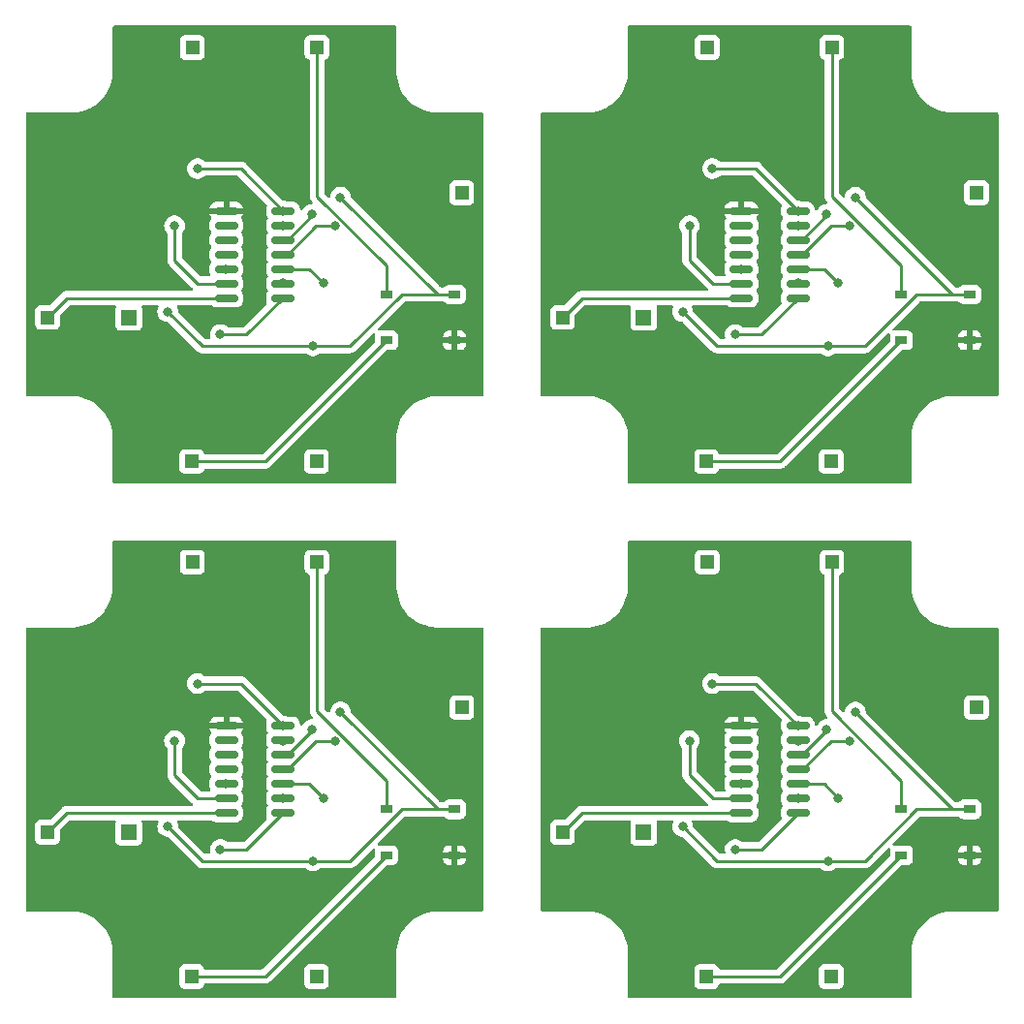
<source format=gbr>
%TF.GenerationSoftware,KiCad,Pcbnew,7.0.1*%
%TF.CreationDate,2023-09-10T14:17:03+09:00*%
%TF.ProjectId,logic_block,6c6f6769-635f-4626-9c6f-636b2e6b6963,rev?*%
%TF.SameCoordinates,Original*%
%TF.FileFunction,Copper,L2,Bot*%
%TF.FilePolarity,Positive*%
%FSLAX46Y46*%
G04 Gerber Fmt 4.6, Leading zero omitted, Abs format (unit mm)*
G04 Created by KiCad (PCBNEW 7.0.1) date 2023-09-10 14:17:03*
%MOMM*%
%LPD*%
G01*
G04 APERTURE LIST*
G04 Aperture macros list*
%AMRoundRect*
0 Rectangle with rounded corners*
0 $1 Rounding radius*
0 $2 $3 $4 $5 $6 $7 $8 $9 X,Y pos of 4 corners*
0 Add a 4 corners polygon primitive as box body*
4,1,4,$2,$3,$4,$5,$6,$7,$8,$9,$2,$3,0*
0 Add four circle primitives for the rounded corners*
1,1,$1+$1,$2,$3*
1,1,$1+$1,$4,$5*
1,1,$1+$1,$6,$7*
1,1,$1+$1,$8,$9*
0 Add four rect primitives between the rounded corners*
20,1,$1+$1,$2,$3,$4,$5,0*
20,1,$1+$1,$4,$5,$6,$7,0*
20,1,$1+$1,$6,$7,$8,$9,0*
20,1,$1+$1,$8,$9,$2,$3,0*%
G04 Aperture macros list end*
%TA.AperFunction,ComponentPad*%
%ADD10R,1.159000X1.159000*%
%TD*%
%TA.AperFunction,SMDPad,CuDef*%
%ADD11R,1.000000X0.700000*%
%TD*%
%TA.AperFunction,SMDPad,CuDef*%
%ADD12RoundRect,0.150000X0.825000X0.150000X-0.825000X0.150000X-0.825000X-0.150000X0.825000X-0.150000X0*%
%TD*%
%TA.AperFunction,ComponentPad*%
%ADD13R,1.350000X1.350000*%
%TD*%
%TA.AperFunction,ViaPad*%
%ADD14C,0.800000*%
%TD*%
%TA.AperFunction,Conductor*%
%ADD15C,0.250000*%
%TD*%
G04 APERTURE END LIST*
D10*
%TO.P,J305,1,Pin_1*%
%TO.N,Net-(J305-Pin_1)*%
X164725000Y-50940000D03*
%TD*%
%TO.P,J306,1,Pin_1*%
%TO.N,Net-(J306-Pin_1)*%
X153775000Y-87140000D03*
%TD*%
%TO.P,J303,1,Pin_1*%
%TO.N,S_S*%
X164675000Y-87140000D03*
%TD*%
%TO.P,J301,1,Pin_1*%
%TO.N,N_S*%
X153825000Y-50940000D03*
%TD*%
%TO.P,J304,1,Pin_1*%
%TO.N,W_S*%
X141175000Y-74540000D03*
%TD*%
D11*
%TO.P,D309,1,+*%
%TO.N,+5V*%
X176750000Y-72540000D03*
%TO.P,D309,2,-*%
%TO.N,GND*%
X176750000Y-76540000D03*
%TO.P,D309,3*%
%TO.N,Net-(J306-Pin_1)*%
X170800000Y-76540000D03*
%TO.P,D309,4*%
%TO.N,Net-(J305-Pin_1)*%
X170800000Y-72540000D03*
%TD*%
D10*
%TO.P,J302,1,Pin_1*%
%TO.N,E_S*%
X177375000Y-63640000D03*
%TD*%
D12*
%TO.P,U301,1,VCC*%
%TO.N,+5V*%
X161750000Y-65230000D03*
%TO.P,U301,2,PA4*%
%TO.N,N_S*%
X161750000Y-66500000D03*
%TO.P,U301,3,PA5*%
%TO.N,N_LED*%
X161750000Y-67770000D03*
%TO.P,U301,4,PA6*%
%TO.N,E_S*%
X161750000Y-69040000D03*
%TO.P,U301,5,PA7*%
%TO.N,E_LED*%
X161750000Y-70310000D03*
%TO.P,U301,6,PB3*%
%TO.N,S_S*%
X161750000Y-71580000D03*
%TO.P,U301,7,PB2*%
%TO.N,S_LED*%
X161750000Y-72850000D03*
%TO.P,U301,8,PB1*%
%TO.N,W_S*%
X156800000Y-72850000D03*
%TO.P,U301,9,PB0*%
%TO.N,W_LED*%
X156800000Y-71580000D03*
%TO.P,U301,10,~{RESET}/PA0*%
%TO.N,UPDI*%
X156800000Y-70310000D03*
%TO.P,U301,11,PA1*%
%TO.N,unconnected-(U301-PA1-Pad11)*%
X156800000Y-69040000D03*
%TO.P,U301,12,PA2*%
%TO.N,unconnected-(U301-PA2-Pad12)*%
X156800000Y-67770000D03*
%TO.P,U301,13,PA3*%
%TO.N,unconnected-(U301-PA3-Pad13)*%
X156800000Y-66500000D03*
%TO.P,U301,14,GND*%
%TO.N,GND*%
X156800000Y-65230000D03*
%TD*%
D13*
%TO.P,J307,1,Pin_1*%
%TO.N,UPDI*%
X148275000Y-74540000D03*
%TD*%
D10*
%TO.P,J305,1,Pin_1*%
%TO.N,Net-(J305-Pin_1)*%
X164725000Y-95940000D03*
%TD*%
%TO.P,J306,1,Pin_1*%
%TO.N,Net-(J306-Pin_1)*%
X153775000Y-132140000D03*
%TD*%
%TO.P,J303,1,Pin_1*%
%TO.N,S_S*%
X164675000Y-132140000D03*
%TD*%
%TO.P,J301,1,Pin_1*%
%TO.N,N_S*%
X153825000Y-95940000D03*
%TD*%
%TO.P,J304,1,Pin_1*%
%TO.N,W_S*%
X141175000Y-119540000D03*
%TD*%
D11*
%TO.P,D309,1,+*%
%TO.N,+5V*%
X176750000Y-117540000D03*
%TO.P,D309,2,-*%
%TO.N,GND*%
X176750000Y-121540000D03*
%TO.P,D309,3*%
%TO.N,Net-(J306-Pin_1)*%
X170800000Y-121540000D03*
%TO.P,D309,4*%
%TO.N,Net-(J305-Pin_1)*%
X170800000Y-117540000D03*
%TD*%
D10*
%TO.P,J302,1,Pin_1*%
%TO.N,E_S*%
X177375000Y-108640000D03*
%TD*%
D12*
%TO.P,U301,1,VCC*%
%TO.N,+5V*%
X161750000Y-110230000D03*
%TO.P,U301,2,PA4*%
%TO.N,N_S*%
X161750000Y-111500000D03*
%TO.P,U301,3,PA5*%
%TO.N,N_LED*%
X161750000Y-112770000D03*
%TO.P,U301,4,PA6*%
%TO.N,E_S*%
X161750000Y-114040000D03*
%TO.P,U301,5,PA7*%
%TO.N,E_LED*%
X161750000Y-115310000D03*
%TO.P,U301,6,PB3*%
%TO.N,S_S*%
X161750000Y-116580000D03*
%TO.P,U301,7,PB2*%
%TO.N,S_LED*%
X161750000Y-117850000D03*
%TO.P,U301,8,PB1*%
%TO.N,W_S*%
X156800000Y-117850000D03*
%TO.P,U301,9,PB0*%
%TO.N,W_LED*%
X156800000Y-116580000D03*
%TO.P,U301,10,~{RESET}/PA0*%
%TO.N,UPDI*%
X156800000Y-115310000D03*
%TO.P,U301,11,PA1*%
%TO.N,unconnected-(U301-PA1-Pad11)*%
X156800000Y-114040000D03*
%TO.P,U301,12,PA2*%
%TO.N,unconnected-(U301-PA2-Pad12)*%
X156800000Y-112770000D03*
%TO.P,U301,13,PA3*%
%TO.N,unconnected-(U301-PA3-Pad13)*%
X156800000Y-111500000D03*
%TO.P,U301,14,GND*%
%TO.N,GND*%
X156800000Y-110230000D03*
%TD*%
D13*
%TO.P,J307,1,Pin_1*%
%TO.N,UPDI*%
X148275000Y-119540000D03*
%TD*%
D10*
%TO.P,J305,1,Pin_1*%
%TO.N,Net-(J305-Pin_1)*%
X119725000Y-95940000D03*
%TD*%
%TO.P,J306,1,Pin_1*%
%TO.N,Net-(J306-Pin_1)*%
X108775000Y-132140000D03*
%TD*%
%TO.P,J303,1,Pin_1*%
%TO.N,S_S*%
X119675000Y-132140000D03*
%TD*%
%TO.P,J301,1,Pin_1*%
%TO.N,N_S*%
X108825000Y-95940000D03*
%TD*%
%TO.P,J304,1,Pin_1*%
%TO.N,W_S*%
X96175000Y-119540000D03*
%TD*%
D11*
%TO.P,D309,1,+*%
%TO.N,+5V*%
X131750000Y-117540000D03*
%TO.P,D309,2,-*%
%TO.N,GND*%
X131750000Y-121540000D03*
%TO.P,D309,3*%
%TO.N,Net-(J306-Pin_1)*%
X125800000Y-121540000D03*
%TO.P,D309,4*%
%TO.N,Net-(J305-Pin_1)*%
X125800000Y-117540000D03*
%TD*%
D10*
%TO.P,J302,1,Pin_1*%
%TO.N,E_S*%
X132375000Y-108640000D03*
%TD*%
D12*
%TO.P,U301,1,VCC*%
%TO.N,+5V*%
X116750000Y-110230000D03*
%TO.P,U301,2,PA4*%
%TO.N,N_S*%
X116750000Y-111500000D03*
%TO.P,U301,3,PA5*%
%TO.N,N_LED*%
X116750000Y-112770000D03*
%TO.P,U301,4,PA6*%
%TO.N,E_S*%
X116750000Y-114040000D03*
%TO.P,U301,5,PA7*%
%TO.N,E_LED*%
X116750000Y-115310000D03*
%TO.P,U301,6,PB3*%
%TO.N,S_S*%
X116750000Y-116580000D03*
%TO.P,U301,7,PB2*%
%TO.N,S_LED*%
X116750000Y-117850000D03*
%TO.P,U301,8,PB1*%
%TO.N,W_S*%
X111800000Y-117850000D03*
%TO.P,U301,9,PB0*%
%TO.N,W_LED*%
X111800000Y-116580000D03*
%TO.P,U301,10,~{RESET}/PA0*%
%TO.N,UPDI*%
X111800000Y-115310000D03*
%TO.P,U301,11,PA1*%
%TO.N,unconnected-(U301-PA1-Pad11)*%
X111800000Y-114040000D03*
%TO.P,U301,12,PA2*%
%TO.N,unconnected-(U301-PA2-Pad12)*%
X111800000Y-112770000D03*
%TO.P,U301,13,PA3*%
%TO.N,unconnected-(U301-PA3-Pad13)*%
X111800000Y-111500000D03*
%TO.P,U301,14,GND*%
%TO.N,GND*%
X111800000Y-110230000D03*
%TD*%
D13*
%TO.P,J307,1,Pin_1*%
%TO.N,UPDI*%
X103275000Y-119540000D03*
%TD*%
D10*
%TO.P,J305,1,Pin_1*%
%TO.N,Net-(J305-Pin_1)*%
X119725000Y-50940000D03*
%TD*%
%TO.P,J306,1,Pin_1*%
%TO.N,Net-(J306-Pin_1)*%
X108775000Y-87140000D03*
%TD*%
%TO.P,J303,1,Pin_1*%
%TO.N,S_S*%
X119675000Y-87140000D03*
%TD*%
%TO.P,J301,1,Pin_1*%
%TO.N,N_S*%
X108825000Y-50940000D03*
%TD*%
%TO.P,J304,1,Pin_1*%
%TO.N,W_S*%
X96175000Y-74540000D03*
%TD*%
D11*
%TO.P,D309,1,+*%
%TO.N,+5V*%
X131750000Y-72540000D03*
%TO.P,D309,2,-*%
%TO.N,GND*%
X131750000Y-76540000D03*
%TO.P,D309,3*%
%TO.N,Net-(J306-Pin_1)*%
X125800000Y-76540000D03*
%TO.P,D309,4*%
%TO.N,Net-(J305-Pin_1)*%
X125800000Y-72540000D03*
%TD*%
D10*
%TO.P,J302,1,Pin_1*%
%TO.N,E_S*%
X132375000Y-63640000D03*
%TD*%
D12*
%TO.P,U301,1,VCC*%
%TO.N,+5V*%
X116750000Y-65230000D03*
%TO.P,U301,2,PA4*%
%TO.N,N_S*%
X116750000Y-66500000D03*
%TO.P,U301,3,PA5*%
%TO.N,N_LED*%
X116750000Y-67770000D03*
%TO.P,U301,4,PA6*%
%TO.N,E_S*%
X116750000Y-69040000D03*
%TO.P,U301,5,PA7*%
%TO.N,E_LED*%
X116750000Y-70310000D03*
%TO.P,U301,6,PB3*%
%TO.N,S_S*%
X116750000Y-71580000D03*
%TO.P,U301,7,PB2*%
%TO.N,S_LED*%
X116750000Y-72850000D03*
%TO.P,U301,8,PB1*%
%TO.N,W_S*%
X111800000Y-72850000D03*
%TO.P,U301,9,PB0*%
%TO.N,W_LED*%
X111800000Y-71580000D03*
%TO.P,U301,10,~{RESET}/PA0*%
%TO.N,UPDI*%
X111800000Y-70310000D03*
%TO.P,U301,11,PA1*%
%TO.N,unconnected-(U301-PA1-Pad11)*%
X111800000Y-69040000D03*
%TO.P,U301,12,PA2*%
%TO.N,unconnected-(U301-PA2-Pad12)*%
X111800000Y-67770000D03*
%TO.P,U301,13,PA3*%
%TO.N,unconnected-(U301-PA3-Pad13)*%
X111800000Y-66500000D03*
%TO.P,U301,14,GND*%
%TO.N,GND*%
X111800000Y-65230000D03*
%TD*%
D13*
%TO.P,J307,1,Pin_1*%
%TO.N,UPDI*%
X103275000Y-74540000D03*
%TD*%
D14*
%TO.N,+5V*%
X164375000Y-77040000D03*
X166775000Y-64040000D03*
%TO.N,N_S*%
X161775000Y-66540000D03*
%TO.N,GND*%
X149675000Y-66290000D03*
X159475000Y-51140000D03*
%TO.N,+5V*%
X151675000Y-74040000D03*
%TO.N,W_LED*%
X152275000Y-66540000D03*
%TO.N,S_LED*%
X156275000Y-76040000D03*
%TO.N,E_LED*%
X165275000Y-71540000D03*
%TO.N,N_LED*%
X164275000Y-65540000D03*
%TO.N,GND*%
X154275000Y-57940000D03*
%TO.N,UPDI*%
X156775000Y-70340000D03*
%TO.N,GND*%
X159275000Y-69040000D03*
%TO.N,S_S*%
X161775000Y-71540000D03*
%TO.N,E_S*%
X166275000Y-66540000D03*
%TO.N,GND*%
X156275000Y-78940000D03*
X141875000Y-66040000D03*
%TO.N,+5V*%
X161775000Y-65240000D03*
%TO.N,GND*%
X149275000Y-54140000D03*
X144975000Y-79840000D03*
X162175000Y-59090000D03*
%TO.N,+5V*%
X154275000Y-61540000D03*
%TO.N,GND*%
X163275000Y-79440000D03*
X169175000Y-83040000D03*
X172375000Y-60140000D03*
%TO.N,+5V*%
X164375000Y-122040000D03*
X166775000Y-109040000D03*
%TO.N,N_S*%
X161775000Y-111540000D03*
%TO.N,GND*%
X149675000Y-111290000D03*
X159475000Y-96140000D03*
%TO.N,+5V*%
X151675000Y-119040000D03*
%TO.N,W_LED*%
X152275000Y-111540000D03*
%TO.N,S_LED*%
X156275000Y-121040000D03*
%TO.N,E_LED*%
X165275000Y-116540000D03*
%TO.N,N_LED*%
X164275000Y-110540000D03*
%TO.N,GND*%
X154275000Y-102940000D03*
%TO.N,UPDI*%
X156775000Y-115340000D03*
%TO.N,GND*%
X159275000Y-114040000D03*
%TO.N,S_S*%
X161775000Y-116540000D03*
%TO.N,E_S*%
X166275000Y-111540000D03*
%TO.N,GND*%
X156275000Y-123940000D03*
X141875000Y-111040000D03*
%TO.N,+5V*%
X161775000Y-110240000D03*
%TO.N,GND*%
X149275000Y-99140000D03*
X144975000Y-124840000D03*
X162175000Y-104090000D03*
%TO.N,+5V*%
X154275000Y-106540000D03*
%TO.N,GND*%
X163275000Y-124440000D03*
X169175000Y-128040000D03*
X172375000Y-105140000D03*
%TO.N,+5V*%
X119375000Y-122040000D03*
X121775000Y-109040000D03*
%TO.N,N_S*%
X116775000Y-111540000D03*
%TO.N,GND*%
X104675000Y-111290000D03*
X114475000Y-96140000D03*
%TO.N,+5V*%
X106675000Y-119040000D03*
%TO.N,W_LED*%
X107275000Y-111540000D03*
%TO.N,S_LED*%
X111275000Y-121040000D03*
%TO.N,E_LED*%
X120275000Y-116540000D03*
%TO.N,N_LED*%
X119275000Y-110540000D03*
%TO.N,GND*%
X109275000Y-102940000D03*
%TO.N,UPDI*%
X111775000Y-115340000D03*
%TO.N,GND*%
X114275000Y-114040000D03*
%TO.N,S_S*%
X116775000Y-116540000D03*
%TO.N,E_S*%
X121275000Y-111540000D03*
%TO.N,GND*%
X111275000Y-123940000D03*
X96875000Y-111040000D03*
%TO.N,+5V*%
X116775000Y-110240000D03*
%TO.N,GND*%
X104275000Y-99140000D03*
X99975000Y-124840000D03*
X117175000Y-104090000D03*
%TO.N,+5V*%
X109275000Y-106540000D03*
%TO.N,GND*%
X118275000Y-124440000D03*
X124175000Y-128040000D03*
X127375000Y-105140000D03*
%TO.N,+5V*%
X119375000Y-77040000D03*
X121775000Y-64040000D03*
%TO.N,N_S*%
X116775000Y-66540000D03*
%TO.N,GND*%
X104675000Y-66290000D03*
X114475000Y-51140000D03*
%TO.N,+5V*%
X106675000Y-74040000D03*
%TO.N,W_LED*%
X107275000Y-66540000D03*
%TO.N,S_LED*%
X111275000Y-76040000D03*
%TO.N,E_LED*%
X120275000Y-71540000D03*
%TO.N,N_LED*%
X119275000Y-65540000D03*
%TO.N,GND*%
X109275000Y-57940000D03*
%TO.N,UPDI*%
X111775000Y-70340000D03*
%TO.N,GND*%
X114275000Y-69040000D03*
%TO.N,S_S*%
X116775000Y-71540000D03*
%TO.N,E_S*%
X121275000Y-66540000D03*
%TO.N,GND*%
X111275000Y-78940000D03*
X96875000Y-66040000D03*
%TO.N,+5V*%
X116775000Y-65240000D03*
%TO.N,GND*%
X104275000Y-54140000D03*
X99975000Y-79840000D03*
X117175000Y-59090000D03*
%TO.N,+5V*%
X109275000Y-61540000D03*
%TO.N,GND*%
X118275000Y-79440000D03*
X124175000Y-83040000D03*
X127375000Y-60140000D03*
%TD*%
D15*
%TO.N,W_LED*%
X152275000Y-69540000D02*
X152275000Y-66540000D01*
%TO.N,S_LED*%
X161750000Y-72850000D02*
X158560000Y-76040000D01*
%TO.N,W_LED*%
X156800000Y-71580000D02*
X154315000Y-71580000D01*
%TO.N,E_LED*%
X161750000Y-70310000D02*
X164045000Y-70310000D01*
%TO.N,N_LED*%
X164275000Y-65540000D02*
X164275000Y-65621751D01*
X164275000Y-65621751D02*
X162126751Y-67770000D01*
%TO.N,W_LED*%
X154315000Y-71580000D02*
X152275000Y-69540000D01*
%TO.N,E_LED*%
X164045000Y-70310000D02*
X165275000Y-71540000D01*
%TO.N,S_LED*%
X158560000Y-76040000D02*
X156275000Y-76040000D01*
%TO.N,N_LED*%
X162126751Y-67770000D02*
X161750000Y-67770000D01*
%TO.N,+5V*%
X175275000Y-72540000D02*
X166775000Y-64040000D01*
X164375000Y-77040000D02*
X167625000Y-77040000D01*
X158075000Y-61540000D02*
X154275000Y-61540000D01*
%TO.N,Net-(J305-Pin_1)*%
X164725000Y-63964695D02*
X164725000Y-50940000D01*
%TO.N,Net-(J306-Pin_1)*%
X160175000Y-87140000D02*
X153775000Y-87140000D01*
X170775000Y-76540000D02*
X160175000Y-87140000D01*
%TO.N,+5V*%
X167625000Y-77040000D02*
X172125000Y-72540000D01*
%TO.N,Net-(J305-Pin_1)*%
X170800000Y-70039695D02*
X164725000Y-63964695D01*
%TO.N,E_S*%
X161750000Y-69040000D02*
X162126751Y-69040000D01*
%TO.N,W_S*%
X142865000Y-72850000D02*
X141175000Y-74540000D01*
%TO.N,E_S*%
X164626751Y-66540000D02*
X166275000Y-66540000D01*
%TO.N,Net-(J306-Pin_1)*%
X170800000Y-76540000D02*
X170775000Y-76540000D01*
%TO.N,W_S*%
X156800000Y-72850000D02*
X142865000Y-72850000D01*
%TO.N,E_S*%
X162126751Y-69040000D02*
X164626751Y-66540000D01*
%TO.N,+5V*%
X154675000Y-77040000D02*
X151675000Y-74040000D01*
X161775000Y-65240000D02*
X158075000Y-61540000D01*
X176750000Y-72540000D02*
X175275000Y-72540000D01*
X164375000Y-77040000D02*
X154675000Y-77040000D01*
%TO.N,Net-(J305-Pin_1)*%
X170800000Y-72540000D02*
X170800000Y-70039695D01*
%TO.N,+5V*%
X172125000Y-72540000D02*
X176750000Y-72540000D01*
%TO.N,W_LED*%
X152275000Y-114540000D02*
X152275000Y-111540000D01*
%TO.N,S_LED*%
X161750000Y-117850000D02*
X158560000Y-121040000D01*
%TO.N,W_LED*%
X156800000Y-116580000D02*
X154315000Y-116580000D01*
%TO.N,E_LED*%
X161750000Y-115310000D02*
X164045000Y-115310000D01*
%TO.N,N_LED*%
X164275000Y-110540000D02*
X164275000Y-110621751D01*
X164275000Y-110621751D02*
X162126751Y-112770000D01*
%TO.N,W_LED*%
X154315000Y-116580000D02*
X152275000Y-114540000D01*
%TO.N,E_LED*%
X164045000Y-115310000D02*
X165275000Y-116540000D01*
%TO.N,S_LED*%
X158560000Y-121040000D02*
X156275000Y-121040000D01*
%TO.N,N_LED*%
X162126751Y-112770000D02*
X161750000Y-112770000D01*
%TO.N,+5V*%
X175275000Y-117540000D02*
X166775000Y-109040000D01*
X164375000Y-122040000D02*
X167625000Y-122040000D01*
X158075000Y-106540000D02*
X154275000Y-106540000D01*
%TO.N,Net-(J305-Pin_1)*%
X164725000Y-108964695D02*
X164725000Y-95940000D01*
%TO.N,Net-(J306-Pin_1)*%
X160175000Y-132140000D02*
X153775000Y-132140000D01*
X170775000Y-121540000D02*
X160175000Y-132140000D01*
%TO.N,+5V*%
X167625000Y-122040000D02*
X172125000Y-117540000D01*
%TO.N,Net-(J305-Pin_1)*%
X170800000Y-115039695D02*
X164725000Y-108964695D01*
%TO.N,E_S*%
X161750000Y-114040000D02*
X162126751Y-114040000D01*
%TO.N,W_S*%
X142865000Y-117850000D02*
X141175000Y-119540000D01*
%TO.N,E_S*%
X164626751Y-111540000D02*
X166275000Y-111540000D01*
%TO.N,Net-(J306-Pin_1)*%
X170800000Y-121540000D02*
X170775000Y-121540000D01*
%TO.N,W_S*%
X156800000Y-117850000D02*
X142865000Y-117850000D01*
%TO.N,E_S*%
X162126751Y-114040000D02*
X164626751Y-111540000D01*
%TO.N,+5V*%
X154675000Y-122040000D02*
X151675000Y-119040000D01*
X161775000Y-110240000D02*
X158075000Y-106540000D01*
X176750000Y-117540000D02*
X175275000Y-117540000D01*
X164375000Y-122040000D02*
X154675000Y-122040000D01*
%TO.N,Net-(J305-Pin_1)*%
X170800000Y-117540000D02*
X170800000Y-115039695D01*
%TO.N,+5V*%
X172125000Y-117540000D02*
X176750000Y-117540000D01*
%TO.N,W_LED*%
X107275000Y-114540000D02*
X107275000Y-111540000D01*
%TO.N,S_LED*%
X116750000Y-117850000D02*
X113560000Y-121040000D01*
%TO.N,W_LED*%
X111800000Y-116580000D02*
X109315000Y-116580000D01*
%TO.N,E_LED*%
X116750000Y-115310000D02*
X119045000Y-115310000D01*
%TO.N,N_LED*%
X119275000Y-110540000D02*
X119275000Y-110621751D01*
X119275000Y-110621751D02*
X117126751Y-112770000D01*
%TO.N,W_LED*%
X109315000Y-116580000D02*
X107275000Y-114540000D01*
%TO.N,E_LED*%
X119045000Y-115310000D02*
X120275000Y-116540000D01*
%TO.N,S_LED*%
X113560000Y-121040000D02*
X111275000Y-121040000D01*
%TO.N,N_LED*%
X117126751Y-112770000D02*
X116750000Y-112770000D01*
%TO.N,+5V*%
X130275000Y-117540000D02*
X121775000Y-109040000D01*
X119375000Y-122040000D02*
X122625000Y-122040000D01*
X113075000Y-106540000D02*
X109275000Y-106540000D01*
%TO.N,Net-(J305-Pin_1)*%
X119725000Y-108964695D02*
X119725000Y-95940000D01*
%TO.N,Net-(J306-Pin_1)*%
X115175000Y-132140000D02*
X108775000Y-132140000D01*
X125775000Y-121540000D02*
X115175000Y-132140000D01*
%TO.N,+5V*%
X122625000Y-122040000D02*
X127125000Y-117540000D01*
%TO.N,Net-(J305-Pin_1)*%
X125800000Y-115039695D02*
X119725000Y-108964695D01*
%TO.N,E_S*%
X116750000Y-114040000D02*
X117126751Y-114040000D01*
%TO.N,W_S*%
X97865000Y-117850000D02*
X96175000Y-119540000D01*
%TO.N,E_S*%
X119626751Y-111540000D02*
X121275000Y-111540000D01*
%TO.N,Net-(J306-Pin_1)*%
X125800000Y-121540000D02*
X125775000Y-121540000D01*
%TO.N,W_S*%
X111800000Y-117850000D02*
X97865000Y-117850000D01*
%TO.N,E_S*%
X117126751Y-114040000D02*
X119626751Y-111540000D01*
%TO.N,+5V*%
X109675000Y-122040000D02*
X106675000Y-119040000D01*
X116775000Y-110240000D02*
X113075000Y-106540000D01*
X131750000Y-117540000D02*
X130275000Y-117540000D01*
X119375000Y-122040000D02*
X109675000Y-122040000D01*
%TO.N,Net-(J305-Pin_1)*%
X125800000Y-117540000D02*
X125800000Y-115039695D01*
%TO.N,+5V*%
X127125000Y-117540000D02*
X131750000Y-117540000D01*
%TO.N,W_LED*%
X107275000Y-69540000D02*
X107275000Y-66540000D01*
%TO.N,S_LED*%
X116750000Y-72850000D02*
X113560000Y-76040000D01*
%TO.N,W_LED*%
X111800000Y-71580000D02*
X109315000Y-71580000D01*
%TO.N,E_LED*%
X116750000Y-70310000D02*
X119045000Y-70310000D01*
%TO.N,N_LED*%
X119275000Y-65540000D02*
X119275000Y-65621751D01*
X119275000Y-65621751D02*
X117126751Y-67770000D01*
%TO.N,W_LED*%
X109315000Y-71580000D02*
X107275000Y-69540000D01*
%TO.N,E_LED*%
X119045000Y-70310000D02*
X120275000Y-71540000D01*
%TO.N,S_LED*%
X113560000Y-76040000D02*
X111275000Y-76040000D01*
%TO.N,N_LED*%
X117126751Y-67770000D02*
X116750000Y-67770000D01*
%TO.N,+5V*%
X130275000Y-72540000D02*
X121775000Y-64040000D01*
X119375000Y-77040000D02*
X122625000Y-77040000D01*
X113075000Y-61540000D02*
X109275000Y-61540000D01*
%TO.N,Net-(J305-Pin_1)*%
X119725000Y-63964695D02*
X119725000Y-50940000D01*
%TO.N,Net-(J306-Pin_1)*%
X115175000Y-87140000D02*
X108775000Y-87140000D01*
X125775000Y-76540000D02*
X115175000Y-87140000D01*
%TO.N,+5V*%
X122625000Y-77040000D02*
X127125000Y-72540000D01*
%TO.N,Net-(J305-Pin_1)*%
X125800000Y-70039695D02*
X119725000Y-63964695D01*
%TO.N,E_S*%
X116750000Y-69040000D02*
X117126751Y-69040000D01*
%TO.N,W_S*%
X97865000Y-72850000D02*
X96175000Y-74540000D01*
%TO.N,E_S*%
X119626751Y-66540000D02*
X121275000Y-66540000D01*
%TO.N,Net-(J306-Pin_1)*%
X125800000Y-76540000D02*
X125775000Y-76540000D01*
%TO.N,W_S*%
X111800000Y-72850000D02*
X97865000Y-72850000D01*
%TO.N,E_S*%
X117126751Y-69040000D02*
X119626751Y-66540000D01*
%TO.N,+5V*%
X109675000Y-77040000D02*
X106675000Y-74040000D01*
X116775000Y-65240000D02*
X113075000Y-61540000D01*
X131750000Y-72540000D02*
X130275000Y-72540000D01*
X119375000Y-77040000D02*
X109675000Y-77040000D01*
%TO.N,Net-(J305-Pin_1)*%
X125800000Y-72540000D02*
X125800000Y-70039695D01*
%TO.N,+5V*%
X127125000Y-72540000D02*
X131750000Y-72540000D01*
%TD*%
%TA.AperFunction,Conductor*%
%TO.N,GND*%
G36*
X126612500Y-49057113D02*
G01*
X126657887Y-49102500D01*
X126674500Y-49164500D01*
X126674500Y-53216880D01*
X126709175Y-53568945D01*
X126778189Y-53915898D01*
X126880883Y-54254437D01*
X127016262Y-54581272D01*
X127183021Y-54893257D01*
X127379564Y-55187402D01*
X127603989Y-55460866D01*
X127854133Y-55711010D01*
X128127597Y-55935435D01*
X128421742Y-56131978D01*
X128733727Y-56298737D01*
X128733731Y-56298739D01*
X129060565Y-56434118D01*
X129399095Y-56536809D01*
X129567651Y-56570337D01*
X129746054Y-56605824D01*
X129746055Y-56605824D01*
X129746060Y-56605825D01*
X130098119Y-56640500D01*
X130274901Y-56640500D01*
X130275000Y-56640500D01*
X130275500Y-56640500D01*
X134150500Y-56640500D01*
X134212500Y-56657113D01*
X134257887Y-56702500D01*
X134274500Y-56764500D01*
X134274500Y-81315500D01*
X134257887Y-81377500D01*
X134212500Y-81422887D01*
X134150500Y-81439500D01*
X130275500Y-81439500D01*
X130275000Y-81439500D01*
X130098119Y-81439500D01*
X130087550Y-81440541D01*
X129746054Y-81474175D01*
X129399101Y-81543189D01*
X129060562Y-81645883D01*
X128733727Y-81781262D01*
X128421742Y-81948021D01*
X128127597Y-82144564D01*
X127854133Y-82368989D01*
X127603989Y-82619133D01*
X127379564Y-82892597D01*
X127183021Y-83186742D01*
X127016262Y-83498727D01*
X126880883Y-83825562D01*
X126778189Y-84164101D01*
X126709175Y-84511054D01*
X126674500Y-84863120D01*
X126674500Y-88915500D01*
X126657887Y-88977500D01*
X126612500Y-89022887D01*
X126550500Y-89039500D01*
X101999500Y-89039500D01*
X101937500Y-89022887D01*
X101892113Y-88977500D01*
X101875500Y-88915500D01*
X101875500Y-84863120D01*
X101840824Y-84511054D01*
X101771810Y-84164101D01*
X101771809Y-84164095D01*
X101669118Y-83825565D01*
X101533739Y-83498731D01*
X101533737Y-83498727D01*
X101366978Y-83186742D01*
X101170435Y-82892597D01*
X100946010Y-82619133D01*
X100695866Y-82368989D01*
X100422402Y-82144564D01*
X100128257Y-81948021D01*
X99816272Y-81781262D01*
X99489437Y-81645883D01*
X99489438Y-81645883D01*
X99489435Y-81645882D01*
X99150905Y-81543191D01*
X99150903Y-81543190D01*
X99150898Y-81543189D01*
X98803945Y-81474175D01*
X98462450Y-81440541D01*
X98451881Y-81439500D01*
X98451880Y-81439500D01*
X94399500Y-81439500D01*
X94337500Y-81422887D01*
X94292113Y-81377500D01*
X94275500Y-81315500D01*
X94275500Y-75167369D01*
X95095000Y-75167369D01*
X95101409Y-75226984D01*
X95114795Y-75262872D01*
X95151704Y-75361831D01*
X95237954Y-75477046D01*
X95353169Y-75563296D01*
X95488017Y-75613591D01*
X95547627Y-75620000D01*
X96802372Y-75619999D01*
X96861983Y-75613591D01*
X96996831Y-75563296D01*
X97112046Y-75477046D01*
X97198296Y-75361831D01*
X97248591Y-75226983D01*
X97255000Y-75167373D01*
X97254999Y-74395951D01*
X97264438Y-74348499D01*
X97291315Y-74308274D01*
X98087771Y-73511819D01*
X98128000Y-73484939D01*
X98175453Y-73475500D01*
X102032502Y-73475500D01*
X102089977Y-73489624D01*
X102134358Y-73528780D01*
X102155535Y-73584047D01*
X102148684Y-73642829D01*
X102132278Y-73686819D01*
X102105909Y-73757516D01*
X102099500Y-73817130D01*
X102099500Y-75262869D01*
X102105909Y-75322484D01*
X102122555Y-75367113D01*
X102156204Y-75457331D01*
X102242454Y-75572546D01*
X102357669Y-75658796D01*
X102492517Y-75709091D01*
X102552127Y-75715500D01*
X103997872Y-75715499D01*
X104057483Y-75709091D01*
X104192331Y-75658796D01*
X104307546Y-75572546D01*
X104393796Y-75457331D01*
X104444091Y-75322483D01*
X104450500Y-75262873D01*
X104450499Y-73817128D01*
X104444091Y-73757517D01*
X104401315Y-73642829D01*
X104394465Y-73584047D01*
X104415642Y-73528780D01*
X104460023Y-73489624D01*
X104517498Y-73475500D01*
X105746332Y-73475500D01*
X105808332Y-73492113D01*
X105853719Y-73537500D01*
X105870332Y-73599501D01*
X105853719Y-73661501D01*
X105847819Y-73671718D01*
X105789326Y-73851742D01*
X105769540Y-74040000D01*
X105789326Y-74228257D01*
X105847820Y-74408284D01*
X105942466Y-74572216D01*
X106069129Y-74712889D01*
X106222269Y-74824151D01*
X106395197Y-74901144D01*
X106580352Y-74940500D01*
X106580354Y-74940500D01*
X106639548Y-74940500D01*
X106687001Y-74949939D01*
X106727229Y-74976819D01*
X109174197Y-77423787D01*
X109187098Y-77439889D01*
X109189212Y-77441874D01*
X109189214Y-77441877D01*
X109236561Y-77486339D01*
X109238240Y-77487916D01*
X109241036Y-77490626D01*
X109260530Y-77510120D01*
X109263704Y-77512582D01*
X109272568Y-77520153D01*
X109304418Y-77550062D01*
X109314914Y-77555832D01*
X109321974Y-77559714D01*
X109338231Y-77570392D01*
X109354064Y-77582674D01*
X109370185Y-77589649D01*
X109394156Y-77600023D01*
X109404643Y-77605160D01*
X109442908Y-77626197D01*
X109462316Y-77631180D01*
X109480710Y-77637478D01*
X109499105Y-77645438D01*
X109542254Y-77652271D01*
X109553680Y-77654638D01*
X109569222Y-77658629D01*
X109595980Y-77665500D01*
X109595981Y-77665500D01*
X109616016Y-77665500D01*
X109635413Y-77667026D01*
X109655196Y-77670160D01*
X109698674Y-77666050D01*
X109710344Y-77665500D01*
X118671253Y-77665500D01*
X118721688Y-77676220D01*
X118763401Y-77706526D01*
X118769129Y-77712888D01*
X118922270Y-77824151D01*
X118922271Y-77824151D01*
X118922272Y-77824152D01*
X119095197Y-77901144D01*
X119280352Y-77940500D01*
X119280354Y-77940500D01*
X119469646Y-77940500D01*
X119469648Y-77940500D01*
X119593083Y-77914262D01*
X119654803Y-77901144D01*
X119827730Y-77824151D01*
X119980871Y-77712888D01*
X119986598Y-77706526D01*
X120028312Y-77676220D01*
X120078747Y-77665500D01*
X122542256Y-77665500D01*
X122562762Y-77667764D01*
X122565665Y-77667672D01*
X122565667Y-77667673D01*
X122632872Y-77665561D01*
X122636768Y-77665500D01*
X122664349Y-77665500D01*
X122664350Y-77665500D01*
X122668319Y-77664998D01*
X122679965Y-77664080D01*
X122723627Y-77662709D01*
X122742859Y-77657120D01*
X122761918Y-77653174D01*
X122769091Y-77652268D01*
X122781792Y-77650664D01*
X122822407Y-77634582D01*
X122833444Y-77630803D01*
X122875390Y-77618618D01*
X122892629Y-77608422D01*
X122910102Y-77599862D01*
X122928732Y-77592486D01*
X122964064Y-77566814D01*
X122973830Y-77560400D01*
X123011418Y-77538171D01*
X123011417Y-77538171D01*
X123011420Y-77538170D01*
X123025585Y-77524004D01*
X123040373Y-77511373D01*
X123056587Y-77499594D01*
X123084438Y-77465926D01*
X123092279Y-77457309D01*
X124604401Y-75945188D01*
X124662273Y-75912506D01*
X124728710Y-75914404D01*
X124784624Y-75950336D01*
X124813950Y-76009980D01*
X124808264Y-76076201D01*
X124805909Y-76082514D01*
X124805909Y-76082517D01*
X124799783Y-76139500D01*
X124799500Y-76142131D01*
X124799500Y-76579547D01*
X124790061Y-76627000D01*
X124763181Y-76667228D01*
X114952228Y-86478181D01*
X114912000Y-86505061D01*
X114864547Y-86514500D01*
X109957618Y-86514500D01*
X109908805Y-86504488D01*
X109867875Y-86476070D01*
X109841436Y-86433833D01*
X109835422Y-86417711D01*
X109798296Y-86318169D01*
X109712046Y-86202954D01*
X109596831Y-86116704D01*
X109461983Y-86066409D01*
X109402373Y-86060000D01*
X109402369Y-86060000D01*
X108147630Y-86060000D01*
X108088015Y-86066409D01*
X107953169Y-86116704D01*
X107837954Y-86202954D01*
X107751704Y-86318168D01*
X107701409Y-86453015D01*
X107701409Y-86453017D01*
X107695814Y-86505061D01*
X107695000Y-86512630D01*
X107695000Y-87767369D01*
X107698931Y-87803930D01*
X107701409Y-87826983D01*
X107751704Y-87961831D01*
X107837954Y-88077046D01*
X107953169Y-88163296D01*
X108088017Y-88213591D01*
X108147627Y-88220000D01*
X109402372Y-88219999D01*
X109461983Y-88213591D01*
X109596831Y-88163296D01*
X109712046Y-88077046D01*
X109798296Y-87961831D01*
X109841435Y-87846167D01*
X109867875Y-87803930D01*
X109908805Y-87775512D01*
X109957618Y-87765500D01*
X115092256Y-87765500D01*
X115112762Y-87767764D01*
X115115665Y-87767672D01*
X115115667Y-87767673D01*
X115125340Y-87767369D01*
X118595000Y-87767369D01*
X118598931Y-87803930D01*
X118601409Y-87826983D01*
X118651704Y-87961831D01*
X118737954Y-88077046D01*
X118853169Y-88163296D01*
X118988017Y-88213591D01*
X119047627Y-88220000D01*
X120302372Y-88219999D01*
X120361983Y-88213591D01*
X120496831Y-88163296D01*
X120612046Y-88077046D01*
X120698296Y-87961831D01*
X120748591Y-87826983D01*
X120755000Y-87767373D01*
X120754999Y-86512628D01*
X120748591Y-86453017D01*
X120698296Y-86318169D01*
X120612046Y-86202954D01*
X120496831Y-86116704D01*
X120361983Y-86066409D01*
X120302373Y-86060000D01*
X120302369Y-86060000D01*
X119047630Y-86060000D01*
X118988015Y-86066409D01*
X118853169Y-86116704D01*
X118737954Y-86202954D01*
X118651704Y-86318168D01*
X118601409Y-86453015D01*
X118601409Y-86453017D01*
X118595814Y-86505061D01*
X118595000Y-86512630D01*
X118595000Y-87767369D01*
X115125340Y-87767369D01*
X115182872Y-87765561D01*
X115186768Y-87765500D01*
X115214349Y-87765500D01*
X115214350Y-87765500D01*
X115218319Y-87764998D01*
X115229965Y-87764080D01*
X115273627Y-87762709D01*
X115292859Y-87757120D01*
X115311918Y-87753174D01*
X115318196Y-87752381D01*
X115331792Y-87750664D01*
X115372407Y-87734582D01*
X115383444Y-87730803D01*
X115425390Y-87718618D01*
X115442629Y-87708422D01*
X115460102Y-87699862D01*
X115478732Y-87692486D01*
X115514064Y-87666814D01*
X115523830Y-87660400D01*
X115561418Y-87638171D01*
X115561417Y-87638171D01*
X115561420Y-87638170D01*
X115575585Y-87624004D01*
X115590373Y-87611373D01*
X115606587Y-87599594D01*
X115634438Y-87565926D01*
X115642279Y-87557309D01*
X125772770Y-77426818D01*
X125812999Y-77399938D01*
X125860452Y-77390499D01*
X126347870Y-77390499D01*
X126347872Y-77390499D01*
X126407483Y-77384091D01*
X126542331Y-77333796D01*
X126657546Y-77247546D01*
X126743796Y-77132331D01*
X126794091Y-76997483D01*
X126800500Y-76937873D01*
X126800500Y-76790000D01*
X130750000Y-76790000D01*
X130750000Y-76937824D01*
X130756402Y-76997375D01*
X130806647Y-77132089D01*
X130892811Y-77247188D01*
X131007910Y-77333352D01*
X131142624Y-77383597D01*
X131202176Y-77390000D01*
X131500000Y-77390000D01*
X131500000Y-76790000D01*
X132000000Y-76790000D01*
X132000000Y-77390000D01*
X132297824Y-77390000D01*
X132357375Y-77383597D01*
X132492089Y-77333352D01*
X132607188Y-77247188D01*
X132693352Y-77132089D01*
X132743597Y-76997375D01*
X132750000Y-76937824D01*
X132750000Y-76790000D01*
X132000000Y-76790000D01*
X131500000Y-76790000D01*
X130750000Y-76790000D01*
X126800500Y-76790000D01*
X126800499Y-76290000D01*
X130750000Y-76290000D01*
X131500000Y-76290000D01*
X131500000Y-75690000D01*
X132000000Y-75690000D01*
X132000000Y-76290000D01*
X132750000Y-76290000D01*
X132750000Y-76142176D01*
X132743597Y-76082624D01*
X132693352Y-75947910D01*
X132607188Y-75832811D01*
X132492089Y-75746647D01*
X132357375Y-75696402D01*
X132297824Y-75690000D01*
X132000000Y-75690000D01*
X131500000Y-75690000D01*
X131202176Y-75690000D01*
X131142624Y-75696402D01*
X131007910Y-75746647D01*
X130892811Y-75832811D01*
X130806647Y-75947910D01*
X130756402Y-76082624D01*
X130750000Y-76142176D01*
X130750000Y-76290000D01*
X126800499Y-76290000D01*
X126800499Y-76142128D01*
X126794091Y-76082517D01*
X126743796Y-75947669D01*
X126657546Y-75832454D01*
X126542331Y-75746204D01*
X126407483Y-75695909D01*
X126347873Y-75689500D01*
X126347869Y-75689500D01*
X125252130Y-75689500D01*
X125192511Y-75695909D01*
X125186199Y-75698264D01*
X125119979Y-75703950D01*
X125060335Y-75674623D01*
X125024403Y-75618709D01*
X125022506Y-75552273D01*
X125055187Y-75494402D01*
X127347771Y-73201819D01*
X127388000Y-73174939D01*
X127435453Y-73165500D01*
X130195981Y-73165500D01*
X130216016Y-73165500D01*
X130235415Y-73167027D01*
X130255196Y-73170160D01*
X130298674Y-73166050D01*
X130310344Y-73165500D01*
X130768965Y-73165500D01*
X130824470Y-73178616D01*
X130868232Y-73215190D01*
X130892452Y-73247544D01*
X130892453Y-73247544D01*
X130892454Y-73247546D01*
X131007669Y-73333796D01*
X131142517Y-73384091D01*
X131202127Y-73390500D01*
X132297872Y-73390499D01*
X132357483Y-73384091D01*
X132492331Y-73333796D01*
X132607546Y-73247546D01*
X132693796Y-73132331D01*
X132744091Y-72997483D01*
X132750500Y-72937873D01*
X132750499Y-72142128D01*
X132744091Y-72082517D01*
X132693796Y-71947669D01*
X132607546Y-71832454D01*
X132492331Y-71746204D01*
X132357483Y-71695909D01*
X132297873Y-71689500D01*
X132297869Y-71689500D01*
X131202130Y-71689500D01*
X131142515Y-71695909D01*
X131007669Y-71746204D01*
X130892452Y-71832455D01*
X130868232Y-71864810D01*
X130824470Y-71901384D01*
X130768965Y-71914500D01*
X130585453Y-71914500D01*
X130538000Y-71905061D01*
X130497772Y-71878181D01*
X122886960Y-64267369D01*
X131295000Y-64267369D01*
X131301409Y-64326984D01*
X131318266Y-64372179D01*
X131351704Y-64461831D01*
X131437954Y-64577046D01*
X131553169Y-64663296D01*
X131688017Y-64713591D01*
X131747627Y-64720000D01*
X133002372Y-64719999D01*
X133061983Y-64713591D01*
X133196831Y-64663296D01*
X133312046Y-64577046D01*
X133398296Y-64461831D01*
X133448591Y-64326983D01*
X133455000Y-64267373D01*
X133454999Y-63012628D01*
X133448591Y-62953017D01*
X133398296Y-62818169D01*
X133312046Y-62702954D01*
X133196831Y-62616704D01*
X133061983Y-62566409D01*
X133002373Y-62560000D01*
X133002369Y-62560000D01*
X131747630Y-62560000D01*
X131688015Y-62566409D01*
X131553169Y-62616704D01*
X131437954Y-62702954D01*
X131351704Y-62818168D01*
X131301409Y-62953016D01*
X131295000Y-63012630D01*
X131295000Y-64267369D01*
X122886960Y-64267369D01*
X122713960Y-64094369D01*
X122689720Y-64060071D01*
X122678321Y-64019655D01*
X122660674Y-63851744D01*
X122602179Y-63671716D01*
X122602179Y-63671715D01*
X122507533Y-63507783D01*
X122380870Y-63367110D01*
X122227730Y-63255848D01*
X122054802Y-63178855D01*
X121869648Y-63139500D01*
X121869646Y-63139500D01*
X121680354Y-63139500D01*
X121680352Y-63139500D01*
X121495197Y-63178855D01*
X121322269Y-63255848D01*
X121169129Y-63367110D01*
X121042466Y-63507783D01*
X120947820Y-63671715D01*
X120889326Y-63851742D01*
X120879153Y-63948536D01*
X120853211Y-64012342D01*
X120797224Y-64052462D01*
X120728465Y-64056516D01*
X120668151Y-64023255D01*
X120386819Y-63741923D01*
X120359939Y-63701695D01*
X120350500Y-63654242D01*
X120350500Y-52122618D01*
X120360512Y-52073805D01*
X120388930Y-52032875D01*
X120431167Y-52006436D01*
X120443371Y-52001883D01*
X120546831Y-51963296D01*
X120662046Y-51877046D01*
X120748296Y-51761831D01*
X120798591Y-51626983D01*
X120805000Y-51567373D01*
X120804999Y-50312628D01*
X120798591Y-50253017D01*
X120748296Y-50118169D01*
X120662046Y-50002954D01*
X120546831Y-49916704D01*
X120411983Y-49866409D01*
X120352373Y-49860000D01*
X120352369Y-49860000D01*
X119097630Y-49860000D01*
X119038015Y-49866409D01*
X118903169Y-49916704D01*
X118787954Y-50002954D01*
X118701704Y-50118168D01*
X118651409Y-50253016D01*
X118645000Y-50312630D01*
X118645000Y-51567369D01*
X118651409Y-51626983D01*
X118701704Y-51761831D01*
X118787954Y-51877046D01*
X118903169Y-51963296D01*
X119002711Y-52000422D01*
X119018833Y-52006436D01*
X119061070Y-52032875D01*
X119089488Y-52073805D01*
X119099500Y-52122618D01*
X119099500Y-63881951D01*
X119097235Y-63902457D01*
X119099439Y-63972568D01*
X119099500Y-63976463D01*
X119099500Y-64004044D01*
X119100003Y-64008029D01*
X119100918Y-64019662D01*
X119102290Y-64063321D01*
X119107879Y-64082555D01*
X119111825Y-64101611D01*
X119114335Y-64121487D01*
X119130414Y-64162099D01*
X119134197Y-64173146D01*
X119146382Y-64215086D01*
X119156580Y-64232330D01*
X119165136Y-64249795D01*
X119172514Y-64268427D01*
X119172515Y-64268428D01*
X119198180Y-64303754D01*
X119204593Y-64313517D01*
X119226826Y-64351111D01*
X119226829Y-64351114D01*
X119226830Y-64351115D01*
X119240995Y-64365280D01*
X119253627Y-64380070D01*
X119265406Y-64396282D01*
X119294023Y-64419956D01*
X119329692Y-64468407D01*
X119338357Y-64527945D01*
X119317977Y-64584552D01*
X119273350Y-64624904D01*
X119214983Y-64639500D01*
X119180352Y-64639500D01*
X118995197Y-64678855D01*
X118822269Y-64755848D01*
X118669129Y-64867110D01*
X118542466Y-65007784D01*
X118456887Y-65156012D01*
X118411500Y-65201399D01*
X118349500Y-65218012D01*
X118287500Y-65201399D01*
X118242113Y-65156012D01*
X118225500Y-65094012D01*
X118225500Y-65014308D01*
X118225500Y-65014306D01*
X118222598Y-64977431D01*
X118211868Y-64940500D01*
X118176744Y-64819602D01*
X118139040Y-64755848D01*
X118093081Y-64678135D01*
X117976865Y-64561919D01*
X117836178Y-64478717D01*
X117835397Y-64478255D01*
X117677572Y-64432402D01*
X117655444Y-64430660D01*
X117640694Y-64429500D01*
X117640692Y-64429500D01*
X117194907Y-64429500D01*
X117144471Y-64418779D01*
X117054802Y-64378855D01*
X116869648Y-64339500D01*
X116869646Y-64339500D01*
X116810453Y-64339500D01*
X116763000Y-64330061D01*
X116722772Y-64303181D01*
X113575802Y-61156211D01*
X113562906Y-61140113D01*
X113511775Y-61092098D01*
X113508978Y-61089387D01*
X113489470Y-61069879D01*
X113486290Y-61067412D01*
X113477424Y-61059839D01*
X113445582Y-61029938D01*
X113428024Y-61020285D01*
X113411764Y-61009604D01*
X113395936Y-60997327D01*
X113355851Y-60979980D01*
X113345361Y-60974841D01*
X113307091Y-60953802D01*
X113287691Y-60948821D01*
X113269284Y-60942519D01*
X113250897Y-60934562D01*
X113207758Y-60927729D01*
X113196324Y-60925361D01*
X113154019Y-60914500D01*
X113133984Y-60914500D01*
X113114586Y-60912973D01*
X113107162Y-60911797D01*
X113094805Y-60909840D01*
X113094804Y-60909840D01*
X113061751Y-60912964D01*
X113051325Y-60913950D01*
X113039656Y-60914500D01*
X109978747Y-60914500D01*
X109928312Y-60903780D01*
X109886598Y-60873473D01*
X109880871Y-60867112D01*
X109727730Y-60755849D01*
X109727729Y-60755848D01*
X109727727Y-60755847D01*
X109554802Y-60678855D01*
X109369648Y-60639500D01*
X109369646Y-60639500D01*
X109180354Y-60639500D01*
X109180352Y-60639500D01*
X108995197Y-60678855D01*
X108822269Y-60755848D01*
X108669129Y-60867110D01*
X108542466Y-61007783D01*
X108447820Y-61171715D01*
X108389326Y-61351742D01*
X108369540Y-61539999D01*
X108389326Y-61728257D01*
X108447820Y-61908284D01*
X108542466Y-62072216D01*
X108669129Y-62212889D01*
X108822269Y-62324151D01*
X108995197Y-62401144D01*
X109180352Y-62440500D01*
X109180354Y-62440500D01*
X109369646Y-62440500D01*
X109369648Y-62440500D01*
X109493084Y-62414262D01*
X109554803Y-62401144D01*
X109727730Y-62324151D01*
X109880871Y-62212888D01*
X109886598Y-62206526D01*
X109928312Y-62176220D01*
X109978747Y-62165500D01*
X112764548Y-62165500D01*
X112812001Y-62174939D01*
X112852229Y-62201819D01*
X115309780Y-64659371D01*
X115338768Y-64705047D01*
X115345549Y-64758718D01*
X115328833Y-64810169D01*
X115323256Y-64819599D01*
X115277402Y-64977427D01*
X115274500Y-65014308D01*
X115274500Y-65445692D01*
X115277402Y-65482572D01*
X115323255Y-65640397D01*
X115414893Y-65795348D01*
X115413319Y-65796278D01*
X115434467Y-65832906D01*
X115434467Y-65897094D01*
X115413319Y-65933721D01*
X115414893Y-65934652D01*
X115323255Y-66089602D01*
X115277402Y-66247427D01*
X115274500Y-66284308D01*
X115274500Y-66715692D01*
X115277402Y-66752572D01*
X115323255Y-66910397D01*
X115414893Y-67065348D01*
X115413319Y-67066278D01*
X115434467Y-67102906D01*
X115434467Y-67167094D01*
X115413319Y-67203721D01*
X115414893Y-67204652D01*
X115323255Y-67359602D01*
X115277402Y-67517427D01*
X115274500Y-67554308D01*
X115274500Y-67985692D01*
X115277402Y-68022572D01*
X115323255Y-68180397D01*
X115414893Y-68335348D01*
X115413319Y-68336278D01*
X115434467Y-68372906D01*
X115434467Y-68437094D01*
X115413319Y-68473721D01*
X115414893Y-68474652D01*
X115323255Y-68629602D01*
X115277402Y-68787427D01*
X115274500Y-68824308D01*
X115274500Y-69255692D01*
X115277402Y-69292572D01*
X115323255Y-69450397D01*
X115335408Y-69470946D01*
X115397859Y-69576546D01*
X115414893Y-69605348D01*
X115413319Y-69606278D01*
X115434467Y-69642906D01*
X115434467Y-69707094D01*
X115413319Y-69743721D01*
X115414893Y-69744652D01*
X115323255Y-69899602D01*
X115277402Y-70057427D01*
X115274500Y-70094308D01*
X115274500Y-70525692D01*
X115277402Y-70562572D01*
X115323255Y-70720397D01*
X115414893Y-70875348D01*
X115413319Y-70876278D01*
X115434467Y-70912906D01*
X115434467Y-70977094D01*
X115413319Y-71013721D01*
X115414893Y-71014652D01*
X115323255Y-71169602D01*
X115277402Y-71327427D01*
X115274500Y-71364308D01*
X115274500Y-71795692D01*
X115277402Y-71832572D01*
X115323255Y-71990397D01*
X115371643Y-72072216D01*
X115401483Y-72122674D01*
X115414893Y-72145348D01*
X115413319Y-72146278D01*
X115434467Y-72182906D01*
X115434467Y-72247094D01*
X115413319Y-72283721D01*
X115414893Y-72284652D01*
X115323255Y-72439602D01*
X115277402Y-72597427D01*
X115274500Y-72634308D01*
X115274500Y-73065692D01*
X115277402Y-73102572D01*
X115323255Y-73260396D01*
X115323257Y-73260399D01*
X115339975Y-73311851D01*
X115333194Y-73365523D01*
X115304206Y-73411201D01*
X113337228Y-75378181D01*
X113297000Y-75405061D01*
X113249547Y-75414500D01*
X111978747Y-75414500D01*
X111928312Y-75403780D01*
X111886598Y-75373473D01*
X111880871Y-75367112D01*
X111727730Y-75255849D01*
X111727729Y-75255848D01*
X111727727Y-75255847D01*
X111554802Y-75178855D01*
X111369648Y-75139500D01*
X111369646Y-75139500D01*
X111180354Y-75139500D01*
X111180352Y-75139500D01*
X110995197Y-75178855D01*
X110822269Y-75255848D01*
X110669129Y-75367110D01*
X110542466Y-75507783D01*
X110447820Y-75671715D01*
X110389326Y-75851742D01*
X110369540Y-76039999D01*
X110389326Y-76228259D01*
X110397100Y-76252183D01*
X110401642Y-76309899D01*
X110379487Y-76363386D01*
X110335464Y-76400985D01*
X110279169Y-76414500D01*
X109985452Y-76414500D01*
X109937999Y-76405061D01*
X109897771Y-76378181D01*
X107613960Y-74094369D01*
X107589720Y-74060071D01*
X107578321Y-74019655D01*
X107560674Y-73851744D01*
X107517272Y-73718168D01*
X107502180Y-73671718D01*
X107496281Y-73661501D01*
X107479668Y-73599501D01*
X107496281Y-73537500D01*
X107541668Y-73492113D01*
X107603668Y-73475500D01*
X110479192Y-73475500D01*
X110526645Y-73484939D01*
X110566873Y-73511819D01*
X110573135Y-73518081D01*
X110684678Y-73584047D01*
X110714602Y-73601744D01*
X110872427Y-73647597D01*
X110872431Y-73647598D01*
X110909306Y-73650500D01*
X112690692Y-73650500D01*
X112690694Y-73650500D01*
X112727569Y-73647598D01*
X112885398Y-73601744D01*
X113026865Y-73518081D01*
X113143081Y-73401865D01*
X113226744Y-73260398D01*
X113272598Y-73102569D01*
X113275500Y-73065694D01*
X113275500Y-72634306D01*
X113272598Y-72597431D01*
X113226744Y-72439602D01*
X113143081Y-72298135D01*
X113143080Y-72298134D01*
X113135107Y-72284652D01*
X113136680Y-72283721D01*
X113115533Y-72247094D01*
X113115533Y-72182906D01*
X113136680Y-72146278D01*
X113135107Y-72145348D01*
X113143081Y-72131865D01*
X113226744Y-71990398D01*
X113272598Y-71832569D01*
X113275500Y-71795694D01*
X113275500Y-71364306D01*
X113272598Y-71327431D01*
X113226744Y-71169602D01*
X113143081Y-71028135D01*
X113143080Y-71028134D01*
X113135107Y-71014652D01*
X113136680Y-71013721D01*
X113115533Y-70977094D01*
X113115533Y-70912906D01*
X113136680Y-70876278D01*
X113135107Y-70875348D01*
X113162206Y-70829526D01*
X113226744Y-70720398D01*
X113272598Y-70562569D01*
X113275500Y-70525694D01*
X113275500Y-70094306D01*
X113272598Y-70057431D01*
X113264031Y-70027945D01*
X113226744Y-69899602D01*
X113135107Y-69744652D01*
X113136680Y-69743721D01*
X113115533Y-69707094D01*
X113115533Y-69642906D01*
X113136680Y-69606278D01*
X113135107Y-69605348D01*
X113150483Y-69579349D01*
X113226744Y-69450398D01*
X113272598Y-69292569D01*
X113275500Y-69255694D01*
X113275500Y-68824306D01*
X113272598Y-68787431D01*
X113226744Y-68629602D01*
X113143081Y-68488135D01*
X113143080Y-68488134D01*
X113135107Y-68474652D01*
X113136680Y-68473721D01*
X113115533Y-68437094D01*
X113115533Y-68372906D01*
X113136680Y-68336278D01*
X113135107Y-68335348D01*
X113143081Y-68321865D01*
X113226744Y-68180398D01*
X113272598Y-68022569D01*
X113275500Y-67985694D01*
X113275500Y-67554306D01*
X113272598Y-67517431D01*
X113226744Y-67359602D01*
X113143081Y-67218135D01*
X113143080Y-67218134D01*
X113135107Y-67204652D01*
X113136680Y-67203721D01*
X113115533Y-67167094D01*
X113115533Y-67102906D01*
X113136680Y-67066278D01*
X113135107Y-67065348D01*
X113143081Y-67051865D01*
X113226744Y-66910398D01*
X113272598Y-66752569D01*
X113275500Y-66715694D01*
X113275500Y-66284306D01*
X113272598Y-66247431D01*
X113226744Y-66089602D01*
X113143081Y-65948135D01*
X113143080Y-65948134D01*
X113135107Y-65934652D01*
X113136569Y-65933786D01*
X113115178Y-65896733D01*
X113115182Y-65832540D01*
X113136296Y-65795979D01*
X113134709Y-65795040D01*
X113226280Y-65640200D01*
X113272099Y-65482488D01*
X113272295Y-65480000D01*
X110327704Y-65480000D01*
X110327900Y-65482488D01*
X110373719Y-65640200D01*
X110465291Y-65795040D01*
X110463703Y-65795978D01*
X110484817Y-65832547D01*
X110484822Y-65896728D01*
X110463431Y-65933787D01*
X110464893Y-65934652D01*
X110373255Y-66089602D01*
X110327402Y-66247427D01*
X110324500Y-66284308D01*
X110324500Y-66715692D01*
X110327402Y-66752572D01*
X110373255Y-66910397D01*
X110464893Y-67065348D01*
X110463319Y-67066278D01*
X110484467Y-67102906D01*
X110484467Y-67167094D01*
X110463319Y-67203721D01*
X110464893Y-67204652D01*
X110373255Y-67359602D01*
X110327402Y-67517427D01*
X110324500Y-67554308D01*
X110324500Y-67985692D01*
X110327402Y-68022572D01*
X110373255Y-68180397D01*
X110464893Y-68335348D01*
X110463319Y-68336278D01*
X110484467Y-68372906D01*
X110484467Y-68437094D01*
X110463319Y-68473721D01*
X110464893Y-68474652D01*
X110373255Y-68629602D01*
X110327402Y-68787427D01*
X110324500Y-68824308D01*
X110324500Y-69255692D01*
X110327402Y-69292572D01*
X110373255Y-69450397D01*
X110385408Y-69470946D01*
X110447859Y-69576546D01*
X110464893Y-69605348D01*
X110463319Y-69606278D01*
X110484467Y-69642906D01*
X110484467Y-69707094D01*
X110463319Y-69743721D01*
X110464893Y-69744652D01*
X110373255Y-69899602D01*
X110327402Y-70057427D01*
X110324500Y-70094308D01*
X110324500Y-70525692D01*
X110327402Y-70562572D01*
X110373255Y-70720397D01*
X110401040Y-70767379D01*
X110418304Y-70829526D01*
X110402018Y-70891937D01*
X110356589Y-70937725D01*
X110294308Y-70954500D01*
X109625452Y-70954500D01*
X109577999Y-70945061D01*
X109537771Y-70918181D01*
X107936819Y-69317228D01*
X107909939Y-69277000D01*
X107900500Y-69229547D01*
X107900500Y-67238687D01*
X107908736Y-67194249D01*
X107932347Y-67155717D01*
X108007533Y-67072216D01*
X108010962Y-67066278D01*
X108102179Y-66908284D01*
X108152774Y-66752569D01*
X108160674Y-66728256D01*
X108180460Y-66540000D01*
X108160674Y-66351744D01*
X108102179Y-66171716D01*
X108102179Y-66171715D01*
X108007533Y-66007783D01*
X107880870Y-65867110D01*
X107727730Y-65755848D01*
X107554802Y-65678855D01*
X107369648Y-65639500D01*
X107369646Y-65639500D01*
X107180354Y-65639500D01*
X107180352Y-65639500D01*
X106995197Y-65678855D01*
X106822269Y-65755848D01*
X106669129Y-65867110D01*
X106542466Y-66007783D01*
X106447820Y-66171715D01*
X106389326Y-66351742D01*
X106369540Y-66539999D01*
X106389326Y-66728257D01*
X106447820Y-66908284D01*
X106542464Y-67072213D01*
X106542467Y-67072216D01*
X106617652Y-67155717D01*
X106641264Y-67194249D01*
X106649500Y-67238687D01*
X106649500Y-69457256D01*
X106647235Y-69477762D01*
X106649439Y-69547873D01*
X106649500Y-69551768D01*
X106649500Y-69579349D01*
X106650003Y-69583334D01*
X106650918Y-69594967D01*
X106652290Y-69638626D01*
X106657879Y-69657860D01*
X106661825Y-69676916D01*
X106664335Y-69696792D01*
X106680414Y-69737404D01*
X106684197Y-69748451D01*
X106696382Y-69790391D01*
X106706580Y-69807635D01*
X106715136Y-69825100D01*
X106722514Y-69843732D01*
X106722515Y-69843733D01*
X106748180Y-69879059D01*
X106754593Y-69888822D01*
X106776826Y-69926416D01*
X106776829Y-69926419D01*
X106776830Y-69926420D01*
X106790995Y-69940585D01*
X106803627Y-69955375D01*
X106815406Y-69971587D01*
X106849058Y-69999426D01*
X106857699Y-70007289D01*
X108814197Y-71963787D01*
X108827098Y-71979889D01*
X108829212Y-71981874D01*
X108829214Y-71981877D01*
X108859278Y-72010109D01*
X108891324Y-72059231D01*
X108897210Y-72117587D01*
X108875619Y-72172119D01*
X108831381Y-72210629D01*
X108774393Y-72224500D01*
X97947744Y-72224500D01*
X97927237Y-72222235D01*
X97857127Y-72224439D01*
X97853232Y-72224500D01*
X97825650Y-72224500D01*
X97821665Y-72225003D01*
X97810033Y-72225918D01*
X97766369Y-72227290D01*
X97747129Y-72232880D01*
X97728081Y-72236825D01*
X97708209Y-72239335D01*
X97667599Y-72255413D01*
X97656554Y-72259194D01*
X97614610Y-72271381D01*
X97597365Y-72281579D01*
X97579904Y-72290133D01*
X97561267Y-72297512D01*
X97525931Y-72323185D01*
X97516174Y-72329595D01*
X97478580Y-72351829D01*
X97464413Y-72365996D01*
X97449624Y-72378626D01*
X97433413Y-72390404D01*
X97405572Y-72424058D01*
X97397711Y-72432697D01*
X96406727Y-73423681D01*
X96366499Y-73450561D01*
X96319046Y-73460000D01*
X95547630Y-73460000D01*
X95488015Y-73466409D01*
X95353169Y-73516704D01*
X95237954Y-73602954D01*
X95151704Y-73718168D01*
X95101409Y-73853016D01*
X95095000Y-73912630D01*
X95095000Y-75167369D01*
X94275500Y-75167369D01*
X94275500Y-64979999D01*
X110327704Y-64979999D01*
X110327705Y-64980000D01*
X111550000Y-64980000D01*
X111550000Y-64430000D01*
X112050000Y-64430000D01*
X112050000Y-64980000D01*
X113272295Y-64980000D01*
X113272295Y-64979999D01*
X113272099Y-64977511D01*
X113226280Y-64819799D01*
X113142682Y-64678442D01*
X113026557Y-64562317D01*
X112885197Y-64478717D01*
X112727493Y-64432900D01*
X112690639Y-64430000D01*
X112050000Y-64430000D01*
X111550000Y-64430000D01*
X110909361Y-64430000D01*
X110872506Y-64432900D01*
X110714802Y-64478717D01*
X110573442Y-64562317D01*
X110457317Y-64678442D01*
X110373719Y-64819799D01*
X110327900Y-64977511D01*
X110327704Y-64979999D01*
X94275500Y-64979999D01*
X94275500Y-56764500D01*
X94292113Y-56702500D01*
X94337500Y-56657113D01*
X94399500Y-56640500D01*
X98451880Y-56640500D01*
X98451881Y-56640500D01*
X98803940Y-56605825D01*
X99150905Y-56536809D01*
X99489435Y-56434118D01*
X99816269Y-56298739D01*
X99909451Y-56248931D01*
X100128257Y-56131978D01*
X100276574Y-56032875D01*
X100422402Y-55935436D01*
X100695864Y-55711012D01*
X100946012Y-55460864D01*
X101170436Y-55187402D01*
X101288575Y-55010594D01*
X101366978Y-54893257D01*
X101533737Y-54581272D01*
X101533739Y-54581269D01*
X101669118Y-54254435D01*
X101771809Y-53915905D01*
X101840825Y-53568940D01*
X101875500Y-53216881D01*
X101875500Y-53040000D01*
X101875500Y-53039500D01*
X101875500Y-51567369D01*
X107745000Y-51567369D01*
X107751409Y-51626983D01*
X107801704Y-51761831D01*
X107887954Y-51877046D01*
X108003169Y-51963296D01*
X108138017Y-52013591D01*
X108197627Y-52020000D01*
X109452372Y-52019999D01*
X109511983Y-52013591D01*
X109646831Y-51963296D01*
X109762046Y-51877046D01*
X109848296Y-51761831D01*
X109898591Y-51626983D01*
X109905000Y-51567373D01*
X109904999Y-50312628D01*
X109898591Y-50253017D01*
X109848296Y-50118169D01*
X109762046Y-50002954D01*
X109646831Y-49916704D01*
X109511983Y-49866409D01*
X109452373Y-49860000D01*
X109452369Y-49860000D01*
X108197630Y-49860000D01*
X108138015Y-49866409D01*
X108003169Y-49916704D01*
X107887954Y-50002954D01*
X107801704Y-50118168D01*
X107751409Y-50253016D01*
X107745000Y-50312630D01*
X107745000Y-51567369D01*
X101875500Y-51567369D01*
X101875500Y-49164500D01*
X101892113Y-49102500D01*
X101937500Y-49057113D01*
X101999500Y-49040500D01*
X126550500Y-49040500D01*
X126612500Y-49057113D01*
G37*
%TD.AperFunction*%
%TD*%
%TA.AperFunction,Conductor*%
%TO.N,GND*%
G36*
X126612500Y-94057113D02*
G01*
X126657887Y-94102500D01*
X126674500Y-94164500D01*
X126674500Y-98216880D01*
X126709175Y-98568945D01*
X126778189Y-98915898D01*
X126880883Y-99254437D01*
X127016262Y-99581272D01*
X127183021Y-99893257D01*
X127379564Y-100187402D01*
X127603989Y-100460866D01*
X127854133Y-100711010D01*
X128127597Y-100935435D01*
X128421742Y-101131978D01*
X128733727Y-101298737D01*
X128733731Y-101298739D01*
X129060565Y-101434118D01*
X129399095Y-101536809D01*
X129567651Y-101570337D01*
X129746054Y-101605824D01*
X129746055Y-101605824D01*
X129746060Y-101605825D01*
X130098119Y-101640500D01*
X130274901Y-101640500D01*
X130275000Y-101640500D01*
X130275500Y-101640500D01*
X134150500Y-101640500D01*
X134212500Y-101657113D01*
X134257887Y-101702500D01*
X134274500Y-101764500D01*
X134274500Y-126315500D01*
X134257887Y-126377500D01*
X134212500Y-126422887D01*
X134150500Y-126439500D01*
X130275500Y-126439500D01*
X130275000Y-126439500D01*
X130098119Y-126439500D01*
X130087550Y-126440541D01*
X129746054Y-126474175D01*
X129399101Y-126543189D01*
X129060562Y-126645883D01*
X128733727Y-126781262D01*
X128421742Y-126948021D01*
X128127597Y-127144564D01*
X127854133Y-127368989D01*
X127603989Y-127619133D01*
X127379564Y-127892597D01*
X127183021Y-128186742D01*
X127016262Y-128498727D01*
X126880883Y-128825562D01*
X126778189Y-129164101D01*
X126709175Y-129511054D01*
X126674500Y-129863120D01*
X126674500Y-133915500D01*
X126657887Y-133977500D01*
X126612500Y-134022887D01*
X126550500Y-134039500D01*
X101999500Y-134039500D01*
X101937500Y-134022887D01*
X101892113Y-133977500D01*
X101875500Y-133915500D01*
X101875500Y-129863120D01*
X101840824Y-129511054D01*
X101771810Y-129164101D01*
X101771809Y-129164095D01*
X101669118Y-128825565D01*
X101533739Y-128498731D01*
X101533737Y-128498727D01*
X101366978Y-128186742D01*
X101170435Y-127892597D01*
X100946010Y-127619133D01*
X100695866Y-127368989D01*
X100422402Y-127144564D01*
X100128257Y-126948021D01*
X99816272Y-126781262D01*
X99489437Y-126645883D01*
X99489438Y-126645883D01*
X99489435Y-126645882D01*
X99150905Y-126543191D01*
X99150903Y-126543190D01*
X99150898Y-126543189D01*
X98803945Y-126474175D01*
X98462450Y-126440541D01*
X98451881Y-126439500D01*
X98451880Y-126439500D01*
X94399500Y-126439500D01*
X94337500Y-126422887D01*
X94292113Y-126377500D01*
X94275500Y-126315500D01*
X94275500Y-120167369D01*
X95095000Y-120167369D01*
X95101409Y-120226984D01*
X95114795Y-120262872D01*
X95151704Y-120361831D01*
X95237954Y-120477046D01*
X95353169Y-120563296D01*
X95488017Y-120613591D01*
X95547627Y-120620000D01*
X96802372Y-120619999D01*
X96861983Y-120613591D01*
X96996831Y-120563296D01*
X97112046Y-120477046D01*
X97198296Y-120361831D01*
X97248591Y-120226983D01*
X97255000Y-120167373D01*
X97254999Y-119395951D01*
X97264438Y-119348499D01*
X97291315Y-119308274D01*
X98087771Y-118511819D01*
X98128000Y-118484939D01*
X98175453Y-118475500D01*
X102032502Y-118475500D01*
X102089977Y-118489624D01*
X102134358Y-118528780D01*
X102155535Y-118584047D01*
X102148684Y-118642829D01*
X102132278Y-118686819D01*
X102105909Y-118757516D01*
X102099500Y-118817130D01*
X102099500Y-120262869D01*
X102105909Y-120322484D01*
X102122555Y-120367113D01*
X102156204Y-120457331D01*
X102242454Y-120572546D01*
X102357669Y-120658796D01*
X102492517Y-120709091D01*
X102552127Y-120715500D01*
X103997872Y-120715499D01*
X104057483Y-120709091D01*
X104192331Y-120658796D01*
X104307546Y-120572546D01*
X104393796Y-120457331D01*
X104444091Y-120322483D01*
X104450500Y-120262873D01*
X104450499Y-118817128D01*
X104444091Y-118757517D01*
X104401315Y-118642829D01*
X104394465Y-118584047D01*
X104415642Y-118528780D01*
X104460023Y-118489624D01*
X104517498Y-118475500D01*
X105746332Y-118475500D01*
X105808332Y-118492113D01*
X105853719Y-118537500D01*
X105870332Y-118599501D01*
X105853719Y-118661501D01*
X105847819Y-118671718D01*
X105789326Y-118851742D01*
X105769540Y-119040000D01*
X105789326Y-119228257D01*
X105847820Y-119408284D01*
X105942466Y-119572216D01*
X106069129Y-119712889D01*
X106222269Y-119824151D01*
X106395197Y-119901144D01*
X106580352Y-119940500D01*
X106580354Y-119940500D01*
X106639548Y-119940500D01*
X106687001Y-119949939D01*
X106727229Y-119976819D01*
X109174197Y-122423787D01*
X109187098Y-122439889D01*
X109189212Y-122441874D01*
X109189214Y-122441877D01*
X109236561Y-122486339D01*
X109238240Y-122487916D01*
X109241036Y-122490626D01*
X109260530Y-122510120D01*
X109263704Y-122512582D01*
X109272568Y-122520153D01*
X109304418Y-122550062D01*
X109314914Y-122555832D01*
X109321974Y-122559714D01*
X109338231Y-122570392D01*
X109354064Y-122582674D01*
X109370185Y-122589649D01*
X109394156Y-122600023D01*
X109404643Y-122605160D01*
X109442908Y-122626197D01*
X109462316Y-122631180D01*
X109480710Y-122637478D01*
X109499105Y-122645438D01*
X109542254Y-122652271D01*
X109553680Y-122654638D01*
X109569222Y-122658629D01*
X109595980Y-122665500D01*
X109595981Y-122665500D01*
X109616016Y-122665500D01*
X109635413Y-122667026D01*
X109655196Y-122670160D01*
X109698674Y-122666050D01*
X109710344Y-122665500D01*
X118671253Y-122665500D01*
X118721688Y-122676220D01*
X118763401Y-122706526D01*
X118769129Y-122712888D01*
X118922270Y-122824151D01*
X118922271Y-122824151D01*
X118922272Y-122824152D01*
X119095197Y-122901144D01*
X119280352Y-122940500D01*
X119280354Y-122940500D01*
X119469646Y-122940500D01*
X119469648Y-122940500D01*
X119593083Y-122914262D01*
X119654803Y-122901144D01*
X119827730Y-122824151D01*
X119980871Y-122712888D01*
X119986598Y-122706526D01*
X120028312Y-122676220D01*
X120078747Y-122665500D01*
X122542256Y-122665500D01*
X122562762Y-122667764D01*
X122565665Y-122667672D01*
X122565667Y-122667673D01*
X122632872Y-122665561D01*
X122636768Y-122665500D01*
X122664349Y-122665500D01*
X122664350Y-122665500D01*
X122668319Y-122664998D01*
X122679965Y-122664080D01*
X122723627Y-122662709D01*
X122742859Y-122657120D01*
X122761918Y-122653174D01*
X122769091Y-122652268D01*
X122781792Y-122650664D01*
X122822407Y-122634582D01*
X122833444Y-122630803D01*
X122875390Y-122618618D01*
X122892629Y-122608422D01*
X122910102Y-122599862D01*
X122928732Y-122592486D01*
X122964064Y-122566814D01*
X122973830Y-122560400D01*
X123011418Y-122538171D01*
X123011417Y-122538171D01*
X123011420Y-122538170D01*
X123025585Y-122524004D01*
X123040373Y-122511373D01*
X123056587Y-122499594D01*
X123084438Y-122465926D01*
X123092279Y-122457309D01*
X124604401Y-120945188D01*
X124662273Y-120912506D01*
X124728710Y-120914404D01*
X124784624Y-120950336D01*
X124813950Y-121009980D01*
X124808264Y-121076201D01*
X124805909Y-121082514D01*
X124805909Y-121082517D01*
X124799783Y-121139500D01*
X124799500Y-121142131D01*
X124799500Y-121579547D01*
X124790061Y-121627000D01*
X124763181Y-121667228D01*
X114952228Y-131478181D01*
X114912000Y-131505061D01*
X114864547Y-131514500D01*
X109957618Y-131514500D01*
X109908805Y-131504488D01*
X109867875Y-131476070D01*
X109841436Y-131433833D01*
X109835422Y-131417711D01*
X109798296Y-131318169D01*
X109712046Y-131202954D01*
X109596831Y-131116704D01*
X109461983Y-131066409D01*
X109402373Y-131060000D01*
X109402369Y-131060000D01*
X108147630Y-131060000D01*
X108088015Y-131066409D01*
X107953169Y-131116704D01*
X107837954Y-131202954D01*
X107751704Y-131318168D01*
X107701409Y-131453015D01*
X107701409Y-131453017D01*
X107695814Y-131505061D01*
X107695000Y-131512630D01*
X107695000Y-132767369D01*
X107698931Y-132803930D01*
X107701409Y-132826983D01*
X107751704Y-132961831D01*
X107837954Y-133077046D01*
X107953169Y-133163296D01*
X108088017Y-133213591D01*
X108147627Y-133220000D01*
X109402372Y-133219999D01*
X109461983Y-133213591D01*
X109596831Y-133163296D01*
X109712046Y-133077046D01*
X109798296Y-132961831D01*
X109841435Y-132846167D01*
X109867875Y-132803930D01*
X109908805Y-132775512D01*
X109957618Y-132765500D01*
X115092256Y-132765500D01*
X115112762Y-132767764D01*
X115115665Y-132767672D01*
X115115667Y-132767673D01*
X115125340Y-132767369D01*
X118595000Y-132767369D01*
X118598931Y-132803930D01*
X118601409Y-132826983D01*
X118651704Y-132961831D01*
X118737954Y-133077046D01*
X118853169Y-133163296D01*
X118988017Y-133213591D01*
X119047627Y-133220000D01*
X120302372Y-133219999D01*
X120361983Y-133213591D01*
X120496831Y-133163296D01*
X120612046Y-133077046D01*
X120698296Y-132961831D01*
X120748591Y-132826983D01*
X120755000Y-132767373D01*
X120754999Y-131512628D01*
X120748591Y-131453017D01*
X120698296Y-131318169D01*
X120612046Y-131202954D01*
X120496831Y-131116704D01*
X120361983Y-131066409D01*
X120302373Y-131060000D01*
X120302369Y-131060000D01*
X119047630Y-131060000D01*
X118988015Y-131066409D01*
X118853169Y-131116704D01*
X118737954Y-131202954D01*
X118651704Y-131318168D01*
X118601409Y-131453015D01*
X118601409Y-131453017D01*
X118595814Y-131505061D01*
X118595000Y-131512630D01*
X118595000Y-132767369D01*
X115125340Y-132767369D01*
X115182872Y-132765561D01*
X115186768Y-132765500D01*
X115214349Y-132765500D01*
X115214350Y-132765500D01*
X115218319Y-132764998D01*
X115229965Y-132764080D01*
X115273627Y-132762709D01*
X115292859Y-132757120D01*
X115311918Y-132753174D01*
X115318196Y-132752381D01*
X115331792Y-132750664D01*
X115372407Y-132734582D01*
X115383444Y-132730803D01*
X115425390Y-132718618D01*
X115442629Y-132708422D01*
X115460102Y-132699862D01*
X115478732Y-132692486D01*
X115514064Y-132666814D01*
X115523830Y-132660400D01*
X115561418Y-132638171D01*
X115561417Y-132638171D01*
X115561420Y-132638170D01*
X115575585Y-132624004D01*
X115590373Y-132611373D01*
X115606587Y-132599594D01*
X115634438Y-132565926D01*
X115642279Y-132557309D01*
X125772770Y-122426818D01*
X125812999Y-122399938D01*
X125860452Y-122390499D01*
X126347870Y-122390499D01*
X126347872Y-122390499D01*
X126407483Y-122384091D01*
X126542331Y-122333796D01*
X126657546Y-122247546D01*
X126743796Y-122132331D01*
X126794091Y-121997483D01*
X126800500Y-121937873D01*
X126800500Y-121790000D01*
X130750000Y-121790000D01*
X130750000Y-121937824D01*
X130756402Y-121997375D01*
X130806647Y-122132089D01*
X130892811Y-122247188D01*
X131007910Y-122333352D01*
X131142624Y-122383597D01*
X131202176Y-122390000D01*
X131500000Y-122390000D01*
X131500000Y-121790000D01*
X132000000Y-121790000D01*
X132000000Y-122390000D01*
X132297824Y-122390000D01*
X132357375Y-122383597D01*
X132492089Y-122333352D01*
X132607188Y-122247188D01*
X132693352Y-122132089D01*
X132743597Y-121997375D01*
X132750000Y-121937824D01*
X132750000Y-121790000D01*
X132000000Y-121790000D01*
X131500000Y-121790000D01*
X130750000Y-121790000D01*
X126800500Y-121790000D01*
X126800499Y-121290000D01*
X130750000Y-121290000D01*
X131500000Y-121290000D01*
X131500000Y-120690000D01*
X132000000Y-120690000D01*
X132000000Y-121290000D01*
X132750000Y-121290000D01*
X132750000Y-121142176D01*
X132743597Y-121082624D01*
X132693352Y-120947910D01*
X132607188Y-120832811D01*
X132492089Y-120746647D01*
X132357375Y-120696402D01*
X132297824Y-120690000D01*
X132000000Y-120690000D01*
X131500000Y-120690000D01*
X131202176Y-120690000D01*
X131142624Y-120696402D01*
X131007910Y-120746647D01*
X130892811Y-120832811D01*
X130806647Y-120947910D01*
X130756402Y-121082624D01*
X130750000Y-121142176D01*
X130750000Y-121290000D01*
X126800499Y-121290000D01*
X126800499Y-121142128D01*
X126794091Y-121082517D01*
X126743796Y-120947669D01*
X126657546Y-120832454D01*
X126542331Y-120746204D01*
X126407483Y-120695909D01*
X126347873Y-120689500D01*
X126347869Y-120689500D01*
X125252130Y-120689500D01*
X125192511Y-120695909D01*
X125186199Y-120698264D01*
X125119979Y-120703950D01*
X125060335Y-120674623D01*
X125024403Y-120618709D01*
X125022506Y-120552273D01*
X125055187Y-120494402D01*
X127347771Y-118201819D01*
X127388000Y-118174939D01*
X127435453Y-118165500D01*
X130195981Y-118165500D01*
X130216016Y-118165500D01*
X130235415Y-118167027D01*
X130255196Y-118170160D01*
X130298674Y-118166050D01*
X130310344Y-118165500D01*
X130768965Y-118165500D01*
X130824470Y-118178616D01*
X130868232Y-118215190D01*
X130892452Y-118247544D01*
X130892453Y-118247544D01*
X130892454Y-118247546D01*
X131007669Y-118333796D01*
X131142517Y-118384091D01*
X131202127Y-118390500D01*
X132297872Y-118390499D01*
X132357483Y-118384091D01*
X132492331Y-118333796D01*
X132607546Y-118247546D01*
X132693796Y-118132331D01*
X132744091Y-117997483D01*
X132750500Y-117937873D01*
X132750499Y-117142128D01*
X132744091Y-117082517D01*
X132693796Y-116947669D01*
X132607546Y-116832454D01*
X132492331Y-116746204D01*
X132357483Y-116695909D01*
X132297873Y-116689500D01*
X132297869Y-116689500D01*
X131202130Y-116689500D01*
X131142515Y-116695909D01*
X131007669Y-116746204D01*
X130892452Y-116832455D01*
X130868232Y-116864810D01*
X130824470Y-116901384D01*
X130768965Y-116914500D01*
X130585453Y-116914500D01*
X130538000Y-116905061D01*
X130497772Y-116878181D01*
X122886960Y-109267369D01*
X131295000Y-109267369D01*
X131301409Y-109326984D01*
X131318266Y-109372179D01*
X131351704Y-109461831D01*
X131437954Y-109577046D01*
X131553169Y-109663296D01*
X131688017Y-109713591D01*
X131747627Y-109720000D01*
X133002372Y-109719999D01*
X133061983Y-109713591D01*
X133196831Y-109663296D01*
X133312046Y-109577046D01*
X133398296Y-109461831D01*
X133448591Y-109326983D01*
X133455000Y-109267373D01*
X133454999Y-108012628D01*
X133448591Y-107953017D01*
X133398296Y-107818169D01*
X133312046Y-107702954D01*
X133196831Y-107616704D01*
X133061983Y-107566409D01*
X133002373Y-107560000D01*
X133002369Y-107560000D01*
X131747630Y-107560000D01*
X131688015Y-107566409D01*
X131553169Y-107616704D01*
X131437954Y-107702954D01*
X131351704Y-107818168D01*
X131301409Y-107953016D01*
X131295000Y-108012630D01*
X131295000Y-109267369D01*
X122886960Y-109267369D01*
X122713960Y-109094369D01*
X122689720Y-109060071D01*
X122678321Y-109019655D01*
X122660674Y-108851744D01*
X122602179Y-108671716D01*
X122602179Y-108671715D01*
X122507533Y-108507783D01*
X122380870Y-108367110D01*
X122227730Y-108255848D01*
X122054802Y-108178855D01*
X121869648Y-108139500D01*
X121869646Y-108139500D01*
X121680354Y-108139500D01*
X121680352Y-108139500D01*
X121495197Y-108178855D01*
X121322269Y-108255848D01*
X121169129Y-108367110D01*
X121042466Y-108507783D01*
X120947820Y-108671715D01*
X120889326Y-108851742D01*
X120879153Y-108948536D01*
X120853211Y-109012342D01*
X120797224Y-109052462D01*
X120728465Y-109056516D01*
X120668151Y-109023255D01*
X120386819Y-108741923D01*
X120359939Y-108701695D01*
X120350500Y-108654242D01*
X120350500Y-97122618D01*
X120360512Y-97073805D01*
X120388930Y-97032875D01*
X120431167Y-97006436D01*
X120443371Y-97001883D01*
X120546831Y-96963296D01*
X120662046Y-96877046D01*
X120748296Y-96761831D01*
X120798591Y-96626983D01*
X120805000Y-96567373D01*
X120804999Y-95312628D01*
X120798591Y-95253017D01*
X120748296Y-95118169D01*
X120662046Y-95002954D01*
X120546831Y-94916704D01*
X120411983Y-94866409D01*
X120352373Y-94860000D01*
X120352369Y-94860000D01*
X119097630Y-94860000D01*
X119038015Y-94866409D01*
X118903169Y-94916704D01*
X118787954Y-95002954D01*
X118701704Y-95118168D01*
X118651409Y-95253016D01*
X118645000Y-95312630D01*
X118645000Y-96567369D01*
X118651409Y-96626983D01*
X118701704Y-96761831D01*
X118787954Y-96877046D01*
X118903169Y-96963296D01*
X119002711Y-97000422D01*
X119018833Y-97006436D01*
X119061070Y-97032875D01*
X119089488Y-97073805D01*
X119099500Y-97122618D01*
X119099500Y-108881951D01*
X119097235Y-108902457D01*
X119099439Y-108972568D01*
X119099500Y-108976463D01*
X119099500Y-109004044D01*
X119100003Y-109008029D01*
X119100918Y-109019662D01*
X119102290Y-109063321D01*
X119107879Y-109082555D01*
X119111825Y-109101611D01*
X119114335Y-109121487D01*
X119130414Y-109162099D01*
X119134197Y-109173146D01*
X119146382Y-109215086D01*
X119156580Y-109232330D01*
X119165136Y-109249795D01*
X119172514Y-109268427D01*
X119172515Y-109268428D01*
X119198180Y-109303754D01*
X119204593Y-109313517D01*
X119226826Y-109351111D01*
X119226829Y-109351114D01*
X119226830Y-109351115D01*
X119240995Y-109365280D01*
X119253627Y-109380070D01*
X119265406Y-109396282D01*
X119294023Y-109419956D01*
X119329692Y-109468407D01*
X119338357Y-109527945D01*
X119317977Y-109584552D01*
X119273350Y-109624904D01*
X119214983Y-109639500D01*
X119180352Y-109639500D01*
X118995197Y-109678855D01*
X118822269Y-109755848D01*
X118669129Y-109867110D01*
X118542466Y-110007784D01*
X118456887Y-110156012D01*
X118411500Y-110201399D01*
X118349500Y-110218012D01*
X118287500Y-110201399D01*
X118242113Y-110156012D01*
X118225500Y-110094012D01*
X118225500Y-110014308D01*
X118225500Y-110014306D01*
X118222598Y-109977431D01*
X118211868Y-109940500D01*
X118176744Y-109819602D01*
X118139040Y-109755848D01*
X118093081Y-109678135D01*
X117976865Y-109561919D01*
X117836178Y-109478717D01*
X117835397Y-109478255D01*
X117677572Y-109432402D01*
X117655444Y-109430660D01*
X117640694Y-109429500D01*
X117640692Y-109429500D01*
X117194907Y-109429500D01*
X117144471Y-109418779D01*
X117054802Y-109378855D01*
X116869648Y-109339500D01*
X116869646Y-109339500D01*
X116810453Y-109339500D01*
X116763000Y-109330061D01*
X116722772Y-109303181D01*
X113575802Y-106156211D01*
X113562906Y-106140113D01*
X113511775Y-106092098D01*
X113508978Y-106089387D01*
X113489470Y-106069879D01*
X113486290Y-106067412D01*
X113477424Y-106059839D01*
X113445582Y-106029938D01*
X113428024Y-106020285D01*
X113411764Y-106009604D01*
X113395936Y-105997327D01*
X113355851Y-105979980D01*
X113345361Y-105974841D01*
X113307091Y-105953802D01*
X113287691Y-105948821D01*
X113269284Y-105942519D01*
X113250897Y-105934562D01*
X113207758Y-105927729D01*
X113196324Y-105925361D01*
X113154019Y-105914500D01*
X113133984Y-105914500D01*
X113114586Y-105912973D01*
X113107162Y-105911797D01*
X113094805Y-105909840D01*
X113094804Y-105909840D01*
X113061751Y-105912964D01*
X113051325Y-105913950D01*
X113039656Y-105914500D01*
X109978747Y-105914500D01*
X109928312Y-105903780D01*
X109886598Y-105873473D01*
X109880871Y-105867112D01*
X109727730Y-105755849D01*
X109727729Y-105755848D01*
X109727727Y-105755847D01*
X109554802Y-105678855D01*
X109369648Y-105639500D01*
X109369646Y-105639500D01*
X109180354Y-105639500D01*
X109180352Y-105639500D01*
X108995197Y-105678855D01*
X108822269Y-105755848D01*
X108669129Y-105867110D01*
X108542466Y-106007783D01*
X108447820Y-106171715D01*
X108389326Y-106351742D01*
X108369540Y-106539999D01*
X108389326Y-106728257D01*
X108447820Y-106908284D01*
X108542466Y-107072216D01*
X108669129Y-107212889D01*
X108822269Y-107324151D01*
X108995197Y-107401144D01*
X109180352Y-107440500D01*
X109180354Y-107440500D01*
X109369646Y-107440500D01*
X109369648Y-107440500D01*
X109493084Y-107414262D01*
X109554803Y-107401144D01*
X109727730Y-107324151D01*
X109880871Y-107212888D01*
X109886598Y-107206526D01*
X109928312Y-107176220D01*
X109978747Y-107165500D01*
X112764548Y-107165500D01*
X112812001Y-107174939D01*
X112852229Y-107201819D01*
X115309780Y-109659371D01*
X115338768Y-109705047D01*
X115345549Y-109758718D01*
X115328833Y-109810169D01*
X115323256Y-109819599D01*
X115277402Y-109977427D01*
X115274500Y-110014308D01*
X115274500Y-110445692D01*
X115277402Y-110482572D01*
X115323255Y-110640397D01*
X115414893Y-110795348D01*
X115413319Y-110796278D01*
X115434467Y-110832906D01*
X115434467Y-110897094D01*
X115413319Y-110933721D01*
X115414893Y-110934652D01*
X115323255Y-111089602D01*
X115277402Y-111247427D01*
X115274500Y-111284308D01*
X115274500Y-111715692D01*
X115277402Y-111752572D01*
X115323255Y-111910397D01*
X115414893Y-112065348D01*
X115413319Y-112066278D01*
X115434467Y-112102906D01*
X115434467Y-112167094D01*
X115413319Y-112203721D01*
X115414893Y-112204652D01*
X115323255Y-112359602D01*
X115277402Y-112517427D01*
X115274500Y-112554308D01*
X115274500Y-112985692D01*
X115277402Y-113022572D01*
X115323255Y-113180397D01*
X115414893Y-113335348D01*
X115413319Y-113336278D01*
X115434467Y-113372906D01*
X115434467Y-113437094D01*
X115413319Y-113473721D01*
X115414893Y-113474652D01*
X115323255Y-113629602D01*
X115277402Y-113787427D01*
X115274500Y-113824308D01*
X115274500Y-114255692D01*
X115277402Y-114292572D01*
X115323255Y-114450397D01*
X115335408Y-114470946D01*
X115397859Y-114576546D01*
X115414893Y-114605348D01*
X115413319Y-114606278D01*
X115434467Y-114642906D01*
X115434467Y-114707094D01*
X115413319Y-114743721D01*
X115414893Y-114744652D01*
X115323255Y-114899602D01*
X115277402Y-115057427D01*
X115274500Y-115094308D01*
X115274500Y-115525692D01*
X115277402Y-115562572D01*
X115323255Y-115720397D01*
X115414893Y-115875348D01*
X115413319Y-115876278D01*
X115434467Y-115912906D01*
X115434467Y-115977094D01*
X115413319Y-116013721D01*
X115414893Y-116014652D01*
X115323255Y-116169602D01*
X115277402Y-116327427D01*
X115274500Y-116364308D01*
X115274500Y-116795692D01*
X115277402Y-116832572D01*
X115323255Y-116990397D01*
X115371643Y-117072216D01*
X115401483Y-117122674D01*
X115414893Y-117145348D01*
X115413319Y-117146278D01*
X115434467Y-117182906D01*
X115434467Y-117247094D01*
X115413319Y-117283721D01*
X115414893Y-117284652D01*
X115323255Y-117439602D01*
X115277402Y-117597427D01*
X115274500Y-117634308D01*
X115274500Y-118065692D01*
X115277402Y-118102572D01*
X115323255Y-118260396D01*
X115323257Y-118260399D01*
X115339975Y-118311851D01*
X115333194Y-118365523D01*
X115304206Y-118411201D01*
X113337228Y-120378181D01*
X113297000Y-120405061D01*
X113249547Y-120414500D01*
X111978747Y-120414500D01*
X111928312Y-120403780D01*
X111886598Y-120373473D01*
X111880871Y-120367112D01*
X111727730Y-120255849D01*
X111727729Y-120255848D01*
X111727727Y-120255847D01*
X111554802Y-120178855D01*
X111369648Y-120139500D01*
X111369646Y-120139500D01*
X111180354Y-120139500D01*
X111180352Y-120139500D01*
X110995197Y-120178855D01*
X110822269Y-120255848D01*
X110669129Y-120367110D01*
X110542466Y-120507783D01*
X110447820Y-120671715D01*
X110389326Y-120851742D01*
X110369540Y-121039999D01*
X110389326Y-121228259D01*
X110397100Y-121252183D01*
X110401642Y-121309899D01*
X110379487Y-121363386D01*
X110335464Y-121400985D01*
X110279169Y-121414500D01*
X109985452Y-121414500D01*
X109937999Y-121405061D01*
X109897771Y-121378181D01*
X107613960Y-119094369D01*
X107589720Y-119060071D01*
X107578321Y-119019655D01*
X107560674Y-118851744D01*
X107517272Y-118718168D01*
X107502180Y-118671718D01*
X107496281Y-118661501D01*
X107479668Y-118599501D01*
X107496281Y-118537500D01*
X107541668Y-118492113D01*
X107603668Y-118475500D01*
X110479192Y-118475500D01*
X110526645Y-118484939D01*
X110566873Y-118511819D01*
X110573135Y-118518081D01*
X110684678Y-118584047D01*
X110714602Y-118601744D01*
X110872427Y-118647597D01*
X110872431Y-118647598D01*
X110909306Y-118650500D01*
X112690692Y-118650500D01*
X112690694Y-118650500D01*
X112727569Y-118647598D01*
X112885398Y-118601744D01*
X113026865Y-118518081D01*
X113143081Y-118401865D01*
X113226744Y-118260398D01*
X113272598Y-118102569D01*
X113275500Y-118065694D01*
X113275500Y-117634306D01*
X113272598Y-117597431D01*
X113226744Y-117439602D01*
X113143081Y-117298135D01*
X113143080Y-117298134D01*
X113135107Y-117284652D01*
X113136680Y-117283721D01*
X113115533Y-117247094D01*
X113115533Y-117182906D01*
X113136680Y-117146278D01*
X113135107Y-117145348D01*
X113143081Y-117131865D01*
X113226744Y-116990398D01*
X113272598Y-116832569D01*
X113275500Y-116795694D01*
X113275500Y-116364306D01*
X113272598Y-116327431D01*
X113226744Y-116169602D01*
X113143081Y-116028135D01*
X113143080Y-116028134D01*
X113135107Y-116014652D01*
X113136680Y-116013721D01*
X113115533Y-115977094D01*
X113115533Y-115912906D01*
X113136680Y-115876278D01*
X113135107Y-115875348D01*
X113162206Y-115829526D01*
X113226744Y-115720398D01*
X113272598Y-115562569D01*
X113275500Y-115525694D01*
X113275500Y-115094306D01*
X113272598Y-115057431D01*
X113264031Y-115027945D01*
X113226744Y-114899602D01*
X113135107Y-114744652D01*
X113136680Y-114743721D01*
X113115533Y-114707094D01*
X113115533Y-114642906D01*
X113136680Y-114606278D01*
X113135107Y-114605348D01*
X113150483Y-114579349D01*
X113226744Y-114450398D01*
X113272598Y-114292569D01*
X113275500Y-114255694D01*
X113275500Y-113824306D01*
X113272598Y-113787431D01*
X113226744Y-113629602D01*
X113143081Y-113488135D01*
X113143080Y-113488134D01*
X113135107Y-113474652D01*
X113136680Y-113473721D01*
X113115533Y-113437094D01*
X113115533Y-113372906D01*
X113136680Y-113336278D01*
X113135107Y-113335348D01*
X113143081Y-113321865D01*
X113226744Y-113180398D01*
X113272598Y-113022569D01*
X113275500Y-112985694D01*
X113275500Y-112554306D01*
X113272598Y-112517431D01*
X113226744Y-112359602D01*
X113143081Y-112218135D01*
X113143080Y-112218134D01*
X113135107Y-112204652D01*
X113136680Y-112203721D01*
X113115533Y-112167094D01*
X113115533Y-112102906D01*
X113136680Y-112066278D01*
X113135107Y-112065348D01*
X113143081Y-112051865D01*
X113226744Y-111910398D01*
X113272598Y-111752569D01*
X113275500Y-111715694D01*
X113275500Y-111284306D01*
X113272598Y-111247431D01*
X113226744Y-111089602D01*
X113143081Y-110948135D01*
X113143080Y-110948134D01*
X113135107Y-110934652D01*
X113136569Y-110933786D01*
X113115178Y-110896733D01*
X113115182Y-110832540D01*
X113136296Y-110795979D01*
X113134709Y-110795040D01*
X113226280Y-110640200D01*
X113272099Y-110482488D01*
X113272295Y-110480000D01*
X110327704Y-110480000D01*
X110327900Y-110482488D01*
X110373719Y-110640200D01*
X110465291Y-110795040D01*
X110463703Y-110795978D01*
X110484817Y-110832547D01*
X110484822Y-110896728D01*
X110463431Y-110933787D01*
X110464893Y-110934652D01*
X110373255Y-111089602D01*
X110327402Y-111247427D01*
X110324500Y-111284308D01*
X110324500Y-111715692D01*
X110327402Y-111752572D01*
X110373255Y-111910397D01*
X110464893Y-112065348D01*
X110463319Y-112066278D01*
X110484467Y-112102906D01*
X110484467Y-112167094D01*
X110463319Y-112203721D01*
X110464893Y-112204652D01*
X110373255Y-112359602D01*
X110327402Y-112517427D01*
X110324500Y-112554308D01*
X110324500Y-112985692D01*
X110327402Y-113022572D01*
X110373255Y-113180397D01*
X110464893Y-113335348D01*
X110463319Y-113336278D01*
X110484467Y-113372906D01*
X110484467Y-113437094D01*
X110463319Y-113473721D01*
X110464893Y-113474652D01*
X110373255Y-113629602D01*
X110327402Y-113787427D01*
X110324500Y-113824308D01*
X110324500Y-114255692D01*
X110327402Y-114292572D01*
X110373255Y-114450397D01*
X110385408Y-114470946D01*
X110447859Y-114576546D01*
X110464893Y-114605348D01*
X110463319Y-114606278D01*
X110484467Y-114642906D01*
X110484467Y-114707094D01*
X110463319Y-114743721D01*
X110464893Y-114744652D01*
X110373255Y-114899602D01*
X110327402Y-115057427D01*
X110324500Y-115094308D01*
X110324500Y-115525692D01*
X110327402Y-115562572D01*
X110373255Y-115720397D01*
X110401040Y-115767379D01*
X110418304Y-115829526D01*
X110402018Y-115891937D01*
X110356589Y-115937725D01*
X110294308Y-115954500D01*
X109625452Y-115954500D01*
X109577999Y-115945061D01*
X109537771Y-115918181D01*
X107936819Y-114317228D01*
X107909939Y-114277000D01*
X107900500Y-114229547D01*
X107900500Y-112238687D01*
X107908736Y-112194249D01*
X107932347Y-112155717D01*
X108007533Y-112072216D01*
X108010962Y-112066278D01*
X108102179Y-111908284D01*
X108152774Y-111752569D01*
X108160674Y-111728256D01*
X108180460Y-111540000D01*
X108160674Y-111351744D01*
X108102179Y-111171716D01*
X108102179Y-111171715D01*
X108007533Y-111007783D01*
X107880870Y-110867110D01*
X107727730Y-110755848D01*
X107554802Y-110678855D01*
X107369648Y-110639500D01*
X107369646Y-110639500D01*
X107180354Y-110639500D01*
X107180352Y-110639500D01*
X106995197Y-110678855D01*
X106822269Y-110755848D01*
X106669129Y-110867110D01*
X106542466Y-111007783D01*
X106447820Y-111171715D01*
X106389326Y-111351742D01*
X106369540Y-111539999D01*
X106389326Y-111728257D01*
X106447820Y-111908284D01*
X106542464Y-112072213D01*
X106542467Y-112072216D01*
X106617652Y-112155717D01*
X106641264Y-112194249D01*
X106649500Y-112238687D01*
X106649500Y-114457256D01*
X106647235Y-114477762D01*
X106649439Y-114547873D01*
X106649500Y-114551768D01*
X106649500Y-114579349D01*
X106650003Y-114583334D01*
X106650918Y-114594967D01*
X106652290Y-114638626D01*
X106657879Y-114657860D01*
X106661825Y-114676916D01*
X106664335Y-114696792D01*
X106680414Y-114737404D01*
X106684197Y-114748451D01*
X106696382Y-114790391D01*
X106706580Y-114807635D01*
X106715136Y-114825100D01*
X106722514Y-114843732D01*
X106722515Y-114843733D01*
X106748180Y-114879059D01*
X106754593Y-114888822D01*
X106776826Y-114926416D01*
X106776829Y-114926419D01*
X106776830Y-114926420D01*
X106790995Y-114940585D01*
X106803627Y-114955375D01*
X106815406Y-114971587D01*
X106849058Y-114999426D01*
X106857699Y-115007289D01*
X108814197Y-116963787D01*
X108827098Y-116979889D01*
X108829212Y-116981874D01*
X108829214Y-116981877D01*
X108859278Y-117010109D01*
X108891324Y-117059231D01*
X108897210Y-117117587D01*
X108875619Y-117172119D01*
X108831381Y-117210629D01*
X108774393Y-117224500D01*
X97947744Y-117224500D01*
X97927237Y-117222235D01*
X97857127Y-117224439D01*
X97853232Y-117224500D01*
X97825650Y-117224500D01*
X97821665Y-117225003D01*
X97810033Y-117225918D01*
X97766369Y-117227290D01*
X97747129Y-117232880D01*
X97728081Y-117236825D01*
X97708209Y-117239335D01*
X97667599Y-117255413D01*
X97656554Y-117259194D01*
X97614610Y-117271381D01*
X97597365Y-117281579D01*
X97579904Y-117290133D01*
X97561267Y-117297512D01*
X97525931Y-117323185D01*
X97516174Y-117329595D01*
X97478580Y-117351829D01*
X97464413Y-117365996D01*
X97449624Y-117378626D01*
X97433413Y-117390404D01*
X97405572Y-117424058D01*
X97397711Y-117432697D01*
X96406727Y-118423681D01*
X96366499Y-118450561D01*
X96319046Y-118460000D01*
X95547630Y-118460000D01*
X95488015Y-118466409D01*
X95353169Y-118516704D01*
X95237954Y-118602954D01*
X95151704Y-118718168D01*
X95101409Y-118853016D01*
X95095000Y-118912630D01*
X95095000Y-120167369D01*
X94275500Y-120167369D01*
X94275500Y-109979999D01*
X110327704Y-109979999D01*
X110327705Y-109980000D01*
X111550000Y-109980000D01*
X111550000Y-109430000D01*
X112050000Y-109430000D01*
X112050000Y-109980000D01*
X113272295Y-109980000D01*
X113272295Y-109979999D01*
X113272099Y-109977511D01*
X113226280Y-109819799D01*
X113142682Y-109678442D01*
X113026557Y-109562317D01*
X112885197Y-109478717D01*
X112727493Y-109432900D01*
X112690639Y-109430000D01*
X112050000Y-109430000D01*
X111550000Y-109430000D01*
X110909361Y-109430000D01*
X110872506Y-109432900D01*
X110714802Y-109478717D01*
X110573442Y-109562317D01*
X110457317Y-109678442D01*
X110373719Y-109819799D01*
X110327900Y-109977511D01*
X110327704Y-109979999D01*
X94275500Y-109979999D01*
X94275500Y-101764500D01*
X94292113Y-101702500D01*
X94337500Y-101657113D01*
X94399500Y-101640500D01*
X98451880Y-101640500D01*
X98451881Y-101640500D01*
X98803940Y-101605825D01*
X99150905Y-101536809D01*
X99489435Y-101434118D01*
X99816269Y-101298739D01*
X99909451Y-101248931D01*
X100128257Y-101131978D01*
X100276574Y-101032875D01*
X100422402Y-100935436D01*
X100695864Y-100711012D01*
X100946012Y-100460864D01*
X101170436Y-100187402D01*
X101288575Y-100010594D01*
X101366978Y-99893257D01*
X101533737Y-99581272D01*
X101533739Y-99581269D01*
X101669118Y-99254435D01*
X101771809Y-98915905D01*
X101840825Y-98568940D01*
X101875500Y-98216881D01*
X101875500Y-98040000D01*
X101875500Y-98039500D01*
X101875500Y-96567369D01*
X107745000Y-96567369D01*
X107751409Y-96626983D01*
X107801704Y-96761831D01*
X107887954Y-96877046D01*
X108003169Y-96963296D01*
X108138017Y-97013591D01*
X108197627Y-97020000D01*
X109452372Y-97019999D01*
X109511983Y-97013591D01*
X109646831Y-96963296D01*
X109762046Y-96877046D01*
X109848296Y-96761831D01*
X109898591Y-96626983D01*
X109905000Y-96567373D01*
X109904999Y-95312628D01*
X109898591Y-95253017D01*
X109848296Y-95118169D01*
X109762046Y-95002954D01*
X109646831Y-94916704D01*
X109511983Y-94866409D01*
X109452373Y-94860000D01*
X109452369Y-94860000D01*
X108197630Y-94860000D01*
X108138015Y-94866409D01*
X108003169Y-94916704D01*
X107887954Y-95002954D01*
X107801704Y-95118168D01*
X107751409Y-95253016D01*
X107745000Y-95312630D01*
X107745000Y-96567369D01*
X101875500Y-96567369D01*
X101875500Y-94164500D01*
X101892113Y-94102500D01*
X101937500Y-94057113D01*
X101999500Y-94040500D01*
X126550500Y-94040500D01*
X126612500Y-94057113D01*
G37*
%TD.AperFunction*%
%TD*%
%TA.AperFunction,Conductor*%
%TO.N,GND*%
G36*
X171612500Y-94057113D02*
G01*
X171657887Y-94102500D01*
X171674500Y-94164500D01*
X171674500Y-98216880D01*
X171709175Y-98568945D01*
X171778189Y-98915898D01*
X171880883Y-99254437D01*
X172016262Y-99581272D01*
X172183021Y-99893257D01*
X172379564Y-100187402D01*
X172603989Y-100460866D01*
X172854133Y-100711010D01*
X173127597Y-100935435D01*
X173421742Y-101131978D01*
X173733727Y-101298737D01*
X173733731Y-101298739D01*
X174060565Y-101434118D01*
X174399095Y-101536809D01*
X174567651Y-101570337D01*
X174746054Y-101605824D01*
X174746055Y-101605824D01*
X174746060Y-101605825D01*
X175098119Y-101640500D01*
X175274901Y-101640500D01*
X175275000Y-101640500D01*
X175275500Y-101640500D01*
X179150500Y-101640500D01*
X179212500Y-101657113D01*
X179257887Y-101702500D01*
X179274500Y-101764500D01*
X179274500Y-126315500D01*
X179257887Y-126377500D01*
X179212500Y-126422887D01*
X179150500Y-126439500D01*
X175275500Y-126439500D01*
X175275000Y-126439500D01*
X175098119Y-126439500D01*
X175087550Y-126440541D01*
X174746054Y-126474175D01*
X174399101Y-126543189D01*
X174060562Y-126645883D01*
X173733727Y-126781262D01*
X173421742Y-126948021D01*
X173127597Y-127144564D01*
X172854133Y-127368989D01*
X172603989Y-127619133D01*
X172379564Y-127892597D01*
X172183021Y-128186742D01*
X172016262Y-128498727D01*
X171880883Y-128825562D01*
X171778189Y-129164101D01*
X171709175Y-129511054D01*
X171674500Y-129863120D01*
X171674500Y-133915500D01*
X171657887Y-133977500D01*
X171612500Y-134022887D01*
X171550500Y-134039500D01*
X146999500Y-134039500D01*
X146937500Y-134022887D01*
X146892113Y-133977500D01*
X146875500Y-133915500D01*
X146875500Y-129863120D01*
X146840824Y-129511054D01*
X146771810Y-129164101D01*
X146771809Y-129164095D01*
X146669118Y-128825565D01*
X146533739Y-128498731D01*
X146533737Y-128498727D01*
X146366978Y-128186742D01*
X146170435Y-127892597D01*
X145946010Y-127619133D01*
X145695866Y-127368989D01*
X145422402Y-127144564D01*
X145128257Y-126948021D01*
X144816272Y-126781262D01*
X144489437Y-126645883D01*
X144489438Y-126645883D01*
X144489435Y-126645882D01*
X144150905Y-126543191D01*
X144150903Y-126543190D01*
X144150898Y-126543189D01*
X143803945Y-126474175D01*
X143462450Y-126440541D01*
X143451881Y-126439500D01*
X143451880Y-126439500D01*
X139399500Y-126439500D01*
X139337500Y-126422887D01*
X139292113Y-126377500D01*
X139275500Y-126315500D01*
X139275500Y-120167369D01*
X140095000Y-120167369D01*
X140101409Y-120226984D01*
X140114795Y-120262872D01*
X140151704Y-120361831D01*
X140237954Y-120477046D01*
X140353169Y-120563296D01*
X140488017Y-120613591D01*
X140547627Y-120620000D01*
X141802372Y-120619999D01*
X141861983Y-120613591D01*
X141996831Y-120563296D01*
X142112046Y-120477046D01*
X142198296Y-120361831D01*
X142248591Y-120226983D01*
X142255000Y-120167373D01*
X142254999Y-119395951D01*
X142264438Y-119348499D01*
X142291315Y-119308274D01*
X143087771Y-118511819D01*
X143128000Y-118484939D01*
X143175453Y-118475500D01*
X147032502Y-118475500D01*
X147089977Y-118489624D01*
X147134358Y-118528780D01*
X147155535Y-118584047D01*
X147148684Y-118642829D01*
X147132278Y-118686819D01*
X147105909Y-118757516D01*
X147099500Y-118817130D01*
X147099500Y-120262869D01*
X147105909Y-120322484D01*
X147122555Y-120367113D01*
X147156204Y-120457331D01*
X147242454Y-120572546D01*
X147357669Y-120658796D01*
X147492517Y-120709091D01*
X147552127Y-120715500D01*
X148997872Y-120715499D01*
X149057483Y-120709091D01*
X149192331Y-120658796D01*
X149307546Y-120572546D01*
X149393796Y-120457331D01*
X149444091Y-120322483D01*
X149450500Y-120262873D01*
X149450499Y-118817128D01*
X149444091Y-118757517D01*
X149401315Y-118642829D01*
X149394465Y-118584047D01*
X149415642Y-118528780D01*
X149460023Y-118489624D01*
X149517498Y-118475500D01*
X150746332Y-118475500D01*
X150808332Y-118492113D01*
X150853719Y-118537500D01*
X150870332Y-118599501D01*
X150853719Y-118661501D01*
X150847819Y-118671718D01*
X150789326Y-118851742D01*
X150769540Y-119040000D01*
X150789326Y-119228257D01*
X150847820Y-119408284D01*
X150942466Y-119572216D01*
X151069129Y-119712889D01*
X151222269Y-119824151D01*
X151395197Y-119901144D01*
X151580352Y-119940500D01*
X151580354Y-119940500D01*
X151639548Y-119940500D01*
X151687001Y-119949939D01*
X151727229Y-119976819D01*
X154174197Y-122423787D01*
X154187098Y-122439889D01*
X154189212Y-122441874D01*
X154189214Y-122441877D01*
X154236561Y-122486339D01*
X154238240Y-122487916D01*
X154241036Y-122490626D01*
X154260530Y-122510120D01*
X154263704Y-122512582D01*
X154272568Y-122520153D01*
X154304418Y-122550062D01*
X154314914Y-122555832D01*
X154321974Y-122559714D01*
X154338231Y-122570392D01*
X154354064Y-122582674D01*
X154370185Y-122589649D01*
X154394156Y-122600023D01*
X154404643Y-122605160D01*
X154442908Y-122626197D01*
X154462316Y-122631180D01*
X154480710Y-122637478D01*
X154499105Y-122645438D01*
X154542254Y-122652271D01*
X154553680Y-122654638D01*
X154569222Y-122658629D01*
X154595980Y-122665500D01*
X154595981Y-122665500D01*
X154616016Y-122665500D01*
X154635413Y-122667026D01*
X154655196Y-122670160D01*
X154698674Y-122666050D01*
X154710344Y-122665500D01*
X163671253Y-122665500D01*
X163721688Y-122676220D01*
X163763401Y-122706526D01*
X163769129Y-122712888D01*
X163922270Y-122824151D01*
X163922271Y-122824151D01*
X163922272Y-122824152D01*
X164095197Y-122901144D01*
X164280352Y-122940500D01*
X164280354Y-122940500D01*
X164469646Y-122940500D01*
X164469648Y-122940500D01*
X164593083Y-122914262D01*
X164654803Y-122901144D01*
X164827730Y-122824151D01*
X164980871Y-122712888D01*
X164986598Y-122706526D01*
X165028312Y-122676220D01*
X165078747Y-122665500D01*
X167542256Y-122665500D01*
X167562762Y-122667764D01*
X167565665Y-122667672D01*
X167565667Y-122667673D01*
X167632872Y-122665561D01*
X167636768Y-122665500D01*
X167664349Y-122665500D01*
X167664350Y-122665500D01*
X167668319Y-122664998D01*
X167679965Y-122664080D01*
X167723627Y-122662709D01*
X167742859Y-122657120D01*
X167761918Y-122653174D01*
X167769091Y-122652268D01*
X167781792Y-122650664D01*
X167822407Y-122634582D01*
X167833444Y-122630803D01*
X167875390Y-122618618D01*
X167892629Y-122608422D01*
X167910102Y-122599862D01*
X167928732Y-122592486D01*
X167964064Y-122566814D01*
X167973830Y-122560400D01*
X168011418Y-122538171D01*
X168011417Y-122538171D01*
X168011420Y-122538170D01*
X168025585Y-122524004D01*
X168040373Y-122511373D01*
X168056587Y-122499594D01*
X168084438Y-122465926D01*
X168092279Y-122457309D01*
X169604401Y-120945188D01*
X169662273Y-120912506D01*
X169728710Y-120914404D01*
X169784624Y-120950336D01*
X169813950Y-121009980D01*
X169808264Y-121076201D01*
X169805909Y-121082514D01*
X169805909Y-121082517D01*
X169799783Y-121139500D01*
X169799500Y-121142131D01*
X169799500Y-121579547D01*
X169790061Y-121627000D01*
X169763181Y-121667228D01*
X159952228Y-131478181D01*
X159912000Y-131505061D01*
X159864547Y-131514500D01*
X154957618Y-131514500D01*
X154908805Y-131504488D01*
X154867875Y-131476070D01*
X154841436Y-131433833D01*
X154835422Y-131417711D01*
X154798296Y-131318169D01*
X154712046Y-131202954D01*
X154596831Y-131116704D01*
X154461983Y-131066409D01*
X154402373Y-131060000D01*
X154402369Y-131060000D01*
X153147630Y-131060000D01*
X153088015Y-131066409D01*
X152953169Y-131116704D01*
X152837954Y-131202954D01*
X152751704Y-131318168D01*
X152701409Y-131453015D01*
X152701409Y-131453017D01*
X152695814Y-131505061D01*
X152695000Y-131512630D01*
X152695000Y-132767369D01*
X152698931Y-132803930D01*
X152701409Y-132826983D01*
X152751704Y-132961831D01*
X152837954Y-133077046D01*
X152953169Y-133163296D01*
X153088017Y-133213591D01*
X153147627Y-133220000D01*
X154402372Y-133219999D01*
X154461983Y-133213591D01*
X154596831Y-133163296D01*
X154712046Y-133077046D01*
X154798296Y-132961831D01*
X154841435Y-132846167D01*
X154867875Y-132803930D01*
X154908805Y-132775512D01*
X154957618Y-132765500D01*
X160092256Y-132765500D01*
X160112762Y-132767764D01*
X160115665Y-132767672D01*
X160115667Y-132767673D01*
X160125340Y-132767369D01*
X163595000Y-132767369D01*
X163598931Y-132803930D01*
X163601409Y-132826983D01*
X163651704Y-132961831D01*
X163737954Y-133077046D01*
X163853169Y-133163296D01*
X163988017Y-133213591D01*
X164047627Y-133220000D01*
X165302372Y-133219999D01*
X165361983Y-133213591D01*
X165496831Y-133163296D01*
X165612046Y-133077046D01*
X165698296Y-132961831D01*
X165748591Y-132826983D01*
X165755000Y-132767373D01*
X165754999Y-131512628D01*
X165748591Y-131453017D01*
X165698296Y-131318169D01*
X165612046Y-131202954D01*
X165496831Y-131116704D01*
X165361983Y-131066409D01*
X165302373Y-131060000D01*
X165302369Y-131060000D01*
X164047630Y-131060000D01*
X163988015Y-131066409D01*
X163853169Y-131116704D01*
X163737954Y-131202954D01*
X163651704Y-131318168D01*
X163601409Y-131453015D01*
X163601409Y-131453017D01*
X163595814Y-131505061D01*
X163595000Y-131512630D01*
X163595000Y-132767369D01*
X160125340Y-132767369D01*
X160182872Y-132765561D01*
X160186768Y-132765500D01*
X160214349Y-132765500D01*
X160214350Y-132765500D01*
X160218319Y-132764998D01*
X160229965Y-132764080D01*
X160273627Y-132762709D01*
X160292859Y-132757120D01*
X160311918Y-132753174D01*
X160318196Y-132752381D01*
X160331792Y-132750664D01*
X160372407Y-132734582D01*
X160383444Y-132730803D01*
X160425390Y-132718618D01*
X160442629Y-132708422D01*
X160460102Y-132699862D01*
X160478732Y-132692486D01*
X160514064Y-132666814D01*
X160523830Y-132660400D01*
X160561418Y-132638171D01*
X160561417Y-132638171D01*
X160561420Y-132638170D01*
X160575585Y-132624004D01*
X160590373Y-132611373D01*
X160606587Y-132599594D01*
X160634438Y-132565926D01*
X160642279Y-132557309D01*
X170772770Y-122426818D01*
X170812999Y-122399938D01*
X170860452Y-122390499D01*
X171347870Y-122390499D01*
X171347872Y-122390499D01*
X171407483Y-122384091D01*
X171542331Y-122333796D01*
X171657546Y-122247546D01*
X171743796Y-122132331D01*
X171794091Y-121997483D01*
X171800500Y-121937873D01*
X171800500Y-121790000D01*
X175750000Y-121790000D01*
X175750000Y-121937824D01*
X175756402Y-121997375D01*
X175806647Y-122132089D01*
X175892811Y-122247188D01*
X176007910Y-122333352D01*
X176142624Y-122383597D01*
X176202176Y-122390000D01*
X176500000Y-122390000D01*
X176500000Y-121790000D01*
X177000000Y-121790000D01*
X177000000Y-122390000D01*
X177297824Y-122390000D01*
X177357375Y-122383597D01*
X177492089Y-122333352D01*
X177607188Y-122247188D01*
X177693352Y-122132089D01*
X177743597Y-121997375D01*
X177750000Y-121937824D01*
X177750000Y-121790000D01*
X177000000Y-121790000D01*
X176500000Y-121790000D01*
X175750000Y-121790000D01*
X171800500Y-121790000D01*
X171800499Y-121290000D01*
X175750000Y-121290000D01*
X176500000Y-121290000D01*
X176500000Y-120690000D01*
X177000000Y-120690000D01*
X177000000Y-121290000D01*
X177750000Y-121290000D01*
X177750000Y-121142176D01*
X177743597Y-121082624D01*
X177693352Y-120947910D01*
X177607188Y-120832811D01*
X177492089Y-120746647D01*
X177357375Y-120696402D01*
X177297824Y-120690000D01*
X177000000Y-120690000D01*
X176500000Y-120690000D01*
X176202176Y-120690000D01*
X176142624Y-120696402D01*
X176007910Y-120746647D01*
X175892811Y-120832811D01*
X175806647Y-120947910D01*
X175756402Y-121082624D01*
X175750000Y-121142176D01*
X175750000Y-121290000D01*
X171800499Y-121290000D01*
X171800499Y-121142128D01*
X171794091Y-121082517D01*
X171743796Y-120947669D01*
X171657546Y-120832454D01*
X171542331Y-120746204D01*
X171407483Y-120695909D01*
X171347873Y-120689500D01*
X171347869Y-120689500D01*
X170252130Y-120689500D01*
X170192511Y-120695909D01*
X170186199Y-120698264D01*
X170119979Y-120703950D01*
X170060335Y-120674623D01*
X170024403Y-120618709D01*
X170022506Y-120552273D01*
X170055187Y-120494402D01*
X172347771Y-118201819D01*
X172388000Y-118174939D01*
X172435453Y-118165500D01*
X175195981Y-118165500D01*
X175216016Y-118165500D01*
X175235415Y-118167027D01*
X175255196Y-118170160D01*
X175298674Y-118166050D01*
X175310344Y-118165500D01*
X175768965Y-118165500D01*
X175824470Y-118178616D01*
X175868232Y-118215190D01*
X175892452Y-118247544D01*
X175892453Y-118247544D01*
X175892454Y-118247546D01*
X176007669Y-118333796D01*
X176142517Y-118384091D01*
X176202127Y-118390500D01*
X177297872Y-118390499D01*
X177357483Y-118384091D01*
X177492331Y-118333796D01*
X177607546Y-118247546D01*
X177693796Y-118132331D01*
X177744091Y-117997483D01*
X177750500Y-117937873D01*
X177750499Y-117142128D01*
X177744091Y-117082517D01*
X177693796Y-116947669D01*
X177607546Y-116832454D01*
X177492331Y-116746204D01*
X177357483Y-116695909D01*
X177297873Y-116689500D01*
X177297869Y-116689500D01*
X176202130Y-116689500D01*
X176142515Y-116695909D01*
X176007669Y-116746204D01*
X175892452Y-116832455D01*
X175868232Y-116864810D01*
X175824470Y-116901384D01*
X175768965Y-116914500D01*
X175585453Y-116914500D01*
X175538000Y-116905061D01*
X175497772Y-116878181D01*
X167886960Y-109267369D01*
X176295000Y-109267369D01*
X176301409Y-109326984D01*
X176318266Y-109372179D01*
X176351704Y-109461831D01*
X176437954Y-109577046D01*
X176553169Y-109663296D01*
X176688017Y-109713591D01*
X176747627Y-109720000D01*
X178002372Y-109719999D01*
X178061983Y-109713591D01*
X178196831Y-109663296D01*
X178312046Y-109577046D01*
X178398296Y-109461831D01*
X178448591Y-109326983D01*
X178455000Y-109267373D01*
X178454999Y-108012628D01*
X178448591Y-107953017D01*
X178398296Y-107818169D01*
X178312046Y-107702954D01*
X178196831Y-107616704D01*
X178061983Y-107566409D01*
X178002373Y-107560000D01*
X178002369Y-107560000D01*
X176747630Y-107560000D01*
X176688015Y-107566409D01*
X176553169Y-107616704D01*
X176437954Y-107702954D01*
X176351704Y-107818168D01*
X176301409Y-107953016D01*
X176295000Y-108012630D01*
X176295000Y-109267369D01*
X167886960Y-109267369D01*
X167713960Y-109094369D01*
X167689720Y-109060071D01*
X167678321Y-109019655D01*
X167660674Y-108851744D01*
X167602179Y-108671716D01*
X167602179Y-108671715D01*
X167507533Y-108507783D01*
X167380870Y-108367110D01*
X167227730Y-108255848D01*
X167054802Y-108178855D01*
X166869648Y-108139500D01*
X166869646Y-108139500D01*
X166680354Y-108139500D01*
X166680352Y-108139500D01*
X166495197Y-108178855D01*
X166322269Y-108255848D01*
X166169129Y-108367110D01*
X166042466Y-108507783D01*
X165947820Y-108671715D01*
X165889326Y-108851742D01*
X165879153Y-108948536D01*
X165853211Y-109012342D01*
X165797224Y-109052462D01*
X165728465Y-109056516D01*
X165668151Y-109023255D01*
X165386819Y-108741923D01*
X165359939Y-108701695D01*
X165350500Y-108654242D01*
X165350500Y-97122618D01*
X165360512Y-97073805D01*
X165388930Y-97032875D01*
X165431167Y-97006436D01*
X165443371Y-97001883D01*
X165546831Y-96963296D01*
X165662046Y-96877046D01*
X165748296Y-96761831D01*
X165798591Y-96626983D01*
X165805000Y-96567373D01*
X165804999Y-95312628D01*
X165798591Y-95253017D01*
X165748296Y-95118169D01*
X165662046Y-95002954D01*
X165546831Y-94916704D01*
X165411983Y-94866409D01*
X165352373Y-94860000D01*
X165352369Y-94860000D01*
X164097630Y-94860000D01*
X164038015Y-94866409D01*
X163903169Y-94916704D01*
X163787954Y-95002954D01*
X163701704Y-95118168D01*
X163651409Y-95253016D01*
X163645000Y-95312630D01*
X163645000Y-96567369D01*
X163651409Y-96626983D01*
X163701704Y-96761831D01*
X163787954Y-96877046D01*
X163903169Y-96963296D01*
X164002711Y-97000422D01*
X164018833Y-97006436D01*
X164061070Y-97032875D01*
X164089488Y-97073805D01*
X164099500Y-97122618D01*
X164099500Y-108881951D01*
X164097235Y-108902457D01*
X164099439Y-108972568D01*
X164099500Y-108976463D01*
X164099500Y-109004044D01*
X164100003Y-109008029D01*
X164100918Y-109019662D01*
X164102290Y-109063321D01*
X164107879Y-109082555D01*
X164111825Y-109101611D01*
X164114335Y-109121487D01*
X164130414Y-109162099D01*
X164134197Y-109173146D01*
X164146382Y-109215086D01*
X164156580Y-109232330D01*
X164165136Y-109249795D01*
X164172514Y-109268427D01*
X164172515Y-109268428D01*
X164198180Y-109303754D01*
X164204593Y-109313517D01*
X164226826Y-109351111D01*
X164226829Y-109351114D01*
X164226830Y-109351115D01*
X164240995Y-109365280D01*
X164253627Y-109380070D01*
X164265406Y-109396282D01*
X164294023Y-109419956D01*
X164329692Y-109468407D01*
X164338357Y-109527945D01*
X164317977Y-109584552D01*
X164273350Y-109624904D01*
X164214983Y-109639500D01*
X164180352Y-109639500D01*
X163995197Y-109678855D01*
X163822269Y-109755848D01*
X163669129Y-109867110D01*
X163542466Y-110007784D01*
X163456887Y-110156012D01*
X163411500Y-110201399D01*
X163349500Y-110218012D01*
X163287500Y-110201399D01*
X163242113Y-110156012D01*
X163225500Y-110094012D01*
X163225500Y-110014308D01*
X163225500Y-110014306D01*
X163222598Y-109977431D01*
X163211868Y-109940500D01*
X163176744Y-109819602D01*
X163139040Y-109755848D01*
X163093081Y-109678135D01*
X162976865Y-109561919D01*
X162836178Y-109478717D01*
X162835397Y-109478255D01*
X162677572Y-109432402D01*
X162655444Y-109430660D01*
X162640694Y-109429500D01*
X162640692Y-109429500D01*
X162194907Y-109429500D01*
X162144471Y-109418779D01*
X162054802Y-109378855D01*
X161869648Y-109339500D01*
X161869646Y-109339500D01*
X161810453Y-109339500D01*
X161763000Y-109330061D01*
X161722772Y-109303181D01*
X158575802Y-106156211D01*
X158562906Y-106140113D01*
X158511775Y-106092098D01*
X158508978Y-106089387D01*
X158489470Y-106069879D01*
X158486290Y-106067412D01*
X158477424Y-106059839D01*
X158445582Y-106029938D01*
X158428024Y-106020285D01*
X158411764Y-106009604D01*
X158395936Y-105997327D01*
X158355851Y-105979980D01*
X158345361Y-105974841D01*
X158307091Y-105953802D01*
X158287691Y-105948821D01*
X158269284Y-105942519D01*
X158250897Y-105934562D01*
X158207758Y-105927729D01*
X158196324Y-105925361D01*
X158154019Y-105914500D01*
X158133984Y-105914500D01*
X158114586Y-105912973D01*
X158107162Y-105911797D01*
X158094805Y-105909840D01*
X158094804Y-105909840D01*
X158061751Y-105912964D01*
X158051325Y-105913950D01*
X158039656Y-105914500D01*
X154978747Y-105914500D01*
X154928312Y-105903780D01*
X154886598Y-105873473D01*
X154880871Y-105867112D01*
X154727730Y-105755849D01*
X154727729Y-105755848D01*
X154727727Y-105755847D01*
X154554802Y-105678855D01*
X154369648Y-105639500D01*
X154369646Y-105639500D01*
X154180354Y-105639500D01*
X154180352Y-105639500D01*
X153995197Y-105678855D01*
X153822269Y-105755848D01*
X153669129Y-105867110D01*
X153542466Y-106007783D01*
X153447820Y-106171715D01*
X153389326Y-106351742D01*
X153369540Y-106539999D01*
X153389326Y-106728257D01*
X153447820Y-106908284D01*
X153542466Y-107072216D01*
X153669129Y-107212889D01*
X153822269Y-107324151D01*
X153995197Y-107401144D01*
X154180352Y-107440500D01*
X154180354Y-107440500D01*
X154369646Y-107440500D01*
X154369648Y-107440500D01*
X154493084Y-107414262D01*
X154554803Y-107401144D01*
X154727730Y-107324151D01*
X154880871Y-107212888D01*
X154886598Y-107206526D01*
X154928312Y-107176220D01*
X154978747Y-107165500D01*
X157764548Y-107165500D01*
X157812001Y-107174939D01*
X157852229Y-107201819D01*
X160309780Y-109659371D01*
X160338768Y-109705047D01*
X160345549Y-109758718D01*
X160328833Y-109810169D01*
X160323256Y-109819599D01*
X160277402Y-109977427D01*
X160274500Y-110014308D01*
X160274500Y-110445692D01*
X160277402Y-110482572D01*
X160323255Y-110640397D01*
X160414893Y-110795348D01*
X160413319Y-110796278D01*
X160434467Y-110832906D01*
X160434467Y-110897094D01*
X160413319Y-110933721D01*
X160414893Y-110934652D01*
X160323255Y-111089602D01*
X160277402Y-111247427D01*
X160274500Y-111284308D01*
X160274500Y-111715692D01*
X160277402Y-111752572D01*
X160323255Y-111910397D01*
X160414893Y-112065348D01*
X160413319Y-112066278D01*
X160434467Y-112102906D01*
X160434467Y-112167094D01*
X160413319Y-112203721D01*
X160414893Y-112204652D01*
X160323255Y-112359602D01*
X160277402Y-112517427D01*
X160274500Y-112554308D01*
X160274500Y-112985692D01*
X160277402Y-113022572D01*
X160323255Y-113180397D01*
X160414893Y-113335348D01*
X160413319Y-113336278D01*
X160434467Y-113372906D01*
X160434467Y-113437094D01*
X160413319Y-113473721D01*
X160414893Y-113474652D01*
X160323255Y-113629602D01*
X160277402Y-113787427D01*
X160274500Y-113824308D01*
X160274500Y-114255692D01*
X160277402Y-114292572D01*
X160323255Y-114450397D01*
X160335408Y-114470946D01*
X160397859Y-114576546D01*
X160414893Y-114605348D01*
X160413319Y-114606278D01*
X160434467Y-114642906D01*
X160434467Y-114707094D01*
X160413319Y-114743721D01*
X160414893Y-114744652D01*
X160323255Y-114899602D01*
X160277402Y-115057427D01*
X160274500Y-115094308D01*
X160274500Y-115525692D01*
X160277402Y-115562572D01*
X160323255Y-115720397D01*
X160414893Y-115875348D01*
X160413319Y-115876278D01*
X160434467Y-115912906D01*
X160434467Y-115977094D01*
X160413319Y-116013721D01*
X160414893Y-116014652D01*
X160323255Y-116169602D01*
X160277402Y-116327427D01*
X160274500Y-116364308D01*
X160274500Y-116795692D01*
X160277402Y-116832572D01*
X160323255Y-116990397D01*
X160371643Y-117072216D01*
X160401483Y-117122674D01*
X160414893Y-117145348D01*
X160413319Y-117146278D01*
X160434467Y-117182906D01*
X160434467Y-117247094D01*
X160413319Y-117283721D01*
X160414893Y-117284652D01*
X160323255Y-117439602D01*
X160277402Y-117597427D01*
X160274500Y-117634308D01*
X160274500Y-118065692D01*
X160277402Y-118102572D01*
X160323255Y-118260396D01*
X160323257Y-118260399D01*
X160339975Y-118311851D01*
X160333194Y-118365523D01*
X160304206Y-118411201D01*
X158337228Y-120378181D01*
X158297000Y-120405061D01*
X158249547Y-120414500D01*
X156978747Y-120414500D01*
X156928312Y-120403780D01*
X156886598Y-120373473D01*
X156880871Y-120367112D01*
X156727730Y-120255849D01*
X156727729Y-120255848D01*
X156727727Y-120255847D01*
X156554802Y-120178855D01*
X156369648Y-120139500D01*
X156369646Y-120139500D01*
X156180354Y-120139500D01*
X156180352Y-120139500D01*
X155995197Y-120178855D01*
X155822269Y-120255848D01*
X155669129Y-120367110D01*
X155542466Y-120507783D01*
X155447820Y-120671715D01*
X155389326Y-120851742D01*
X155369540Y-121039999D01*
X155389326Y-121228259D01*
X155397100Y-121252183D01*
X155401642Y-121309899D01*
X155379487Y-121363386D01*
X155335464Y-121400985D01*
X155279169Y-121414500D01*
X154985452Y-121414500D01*
X154937999Y-121405061D01*
X154897771Y-121378181D01*
X152613960Y-119094369D01*
X152589720Y-119060071D01*
X152578321Y-119019655D01*
X152560674Y-118851744D01*
X152517272Y-118718168D01*
X152502180Y-118671718D01*
X152496281Y-118661501D01*
X152479668Y-118599501D01*
X152496281Y-118537500D01*
X152541668Y-118492113D01*
X152603668Y-118475500D01*
X155479192Y-118475500D01*
X155526645Y-118484939D01*
X155566873Y-118511819D01*
X155573135Y-118518081D01*
X155684678Y-118584047D01*
X155714602Y-118601744D01*
X155872427Y-118647597D01*
X155872431Y-118647598D01*
X155909306Y-118650500D01*
X157690692Y-118650500D01*
X157690694Y-118650500D01*
X157727569Y-118647598D01*
X157885398Y-118601744D01*
X158026865Y-118518081D01*
X158143081Y-118401865D01*
X158226744Y-118260398D01*
X158272598Y-118102569D01*
X158275500Y-118065694D01*
X158275500Y-117634306D01*
X158272598Y-117597431D01*
X158226744Y-117439602D01*
X158143081Y-117298135D01*
X158143080Y-117298134D01*
X158135107Y-117284652D01*
X158136680Y-117283721D01*
X158115533Y-117247094D01*
X158115533Y-117182906D01*
X158136680Y-117146278D01*
X158135107Y-117145348D01*
X158143081Y-117131865D01*
X158226744Y-116990398D01*
X158272598Y-116832569D01*
X158275500Y-116795694D01*
X158275500Y-116364306D01*
X158272598Y-116327431D01*
X158226744Y-116169602D01*
X158143081Y-116028135D01*
X158143080Y-116028134D01*
X158135107Y-116014652D01*
X158136680Y-116013721D01*
X158115533Y-115977094D01*
X158115533Y-115912906D01*
X158136680Y-115876278D01*
X158135107Y-115875348D01*
X158162206Y-115829526D01*
X158226744Y-115720398D01*
X158272598Y-115562569D01*
X158275500Y-115525694D01*
X158275500Y-115094306D01*
X158272598Y-115057431D01*
X158264031Y-115027945D01*
X158226744Y-114899602D01*
X158135107Y-114744652D01*
X158136680Y-114743721D01*
X158115533Y-114707094D01*
X158115533Y-114642906D01*
X158136680Y-114606278D01*
X158135107Y-114605348D01*
X158150483Y-114579349D01*
X158226744Y-114450398D01*
X158272598Y-114292569D01*
X158275500Y-114255694D01*
X158275500Y-113824306D01*
X158272598Y-113787431D01*
X158226744Y-113629602D01*
X158143081Y-113488135D01*
X158143080Y-113488134D01*
X158135107Y-113474652D01*
X158136680Y-113473721D01*
X158115533Y-113437094D01*
X158115533Y-113372906D01*
X158136680Y-113336278D01*
X158135107Y-113335348D01*
X158143081Y-113321865D01*
X158226744Y-113180398D01*
X158272598Y-113022569D01*
X158275500Y-112985694D01*
X158275500Y-112554306D01*
X158272598Y-112517431D01*
X158226744Y-112359602D01*
X158143081Y-112218135D01*
X158143080Y-112218134D01*
X158135107Y-112204652D01*
X158136680Y-112203721D01*
X158115533Y-112167094D01*
X158115533Y-112102906D01*
X158136680Y-112066278D01*
X158135107Y-112065348D01*
X158143081Y-112051865D01*
X158226744Y-111910398D01*
X158272598Y-111752569D01*
X158275500Y-111715694D01*
X158275500Y-111284306D01*
X158272598Y-111247431D01*
X158226744Y-111089602D01*
X158143081Y-110948135D01*
X158143080Y-110948134D01*
X158135107Y-110934652D01*
X158136569Y-110933786D01*
X158115178Y-110896733D01*
X158115182Y-110832540D01*
X158136296Y-110795979D01*
X158134709Y-110795040D01*
X158226280Y-110640200D01*
X158272099Y-110482488D01*
X158272295Y-110480000D01*
X155327704Y-110480000D01*
X155327900Y-110482488D01*
X155373719Y-110640200D01*
X155465291Y-110795040D01*
X155463703Y-110795978D01*
X155484817Y-110832547D01*
X155484822Y-110896728D01*
X155463431Y-110933787D01*
X155464893Y-110934652D01*
X155373255Y-111089602D01*
X155327402Y-111247427D01*
X155324500Y-111284308D01*
X155324500Y-111715692D01*
X155327402Y-111752572D01*
X155373255Y-111910397D01*
X155464893Y-112065348D01*
X155463319Y-112066278D01*
X155484467Y-112102906D01*
X155484467Y-112167094D01*
X155463319Y-112203721D01*
X155464893Y-112204652D01*
X155373255Y-112359602D01*
X155327402Y-112517427D01*
X155324500Y-112554308D01*
X155324500Y-112985692D01*
X155327402Y-113022572D01*
X155373255Y-113180397D01*
X155464893Y-113335348D01*
X155463319Y-113336278D01*
X155484467Y-113372906D01*
X155484467Y-113437094D01*
X155463319Y-113473721D01*
X155464893Y-113474652D01*
X155373255Y-113629602D01*
X155327402Y-113787427D01*
X155324500Y-113824308D01*
X155324500Y-114255692D01*
X155327402Y-114292572D01*
X155373255Y-114450397D01*
X155385408Y-114470946D01*
X155447859Y-114576546D01*
X155464893Y-114605348D01*
X155463319Y-114606278D01*
X155484467Y-114642906D01*
X155484467Y-114707094D01*
X155463319Y-114743721D01*
X155464893Y-114744652D01*
X155373255Y-114899602D01*
X155327402Y-115057427D01*
X155324500Y-115094308D01*
X155324500Y-115525692D01*
X155327402Y-115562572D01*
X155373255Y-115720397D01*
X155401040Y-115767379D01*
X155418304Y-115829526D01*
X155402018Y-115891937D01*
X155356589Y-115937725D01*
X155294308Y-115954500D01*
X154625452Y-115954500D01*
X154577999Y-115945061D01*
X154537771Y-115918181D01*
X152936819Y-114317228D01*
X152909939Y-114277000D01*
X152900500Y-114229547D01*
X152900500Y-112238687D01*
X152908736Y-112194249D01*
X152932347Y-112155717D01*
X153007533Y-112072216D01*
X153010962Y-112066278D01*
X153102179Y-111908284D01*
X153152774Y-111752569D01*
X153160674Y-111728256D01*
X153180460Y-111540000D01*
X153160674Y-111351744D01*
X153102179Y-111171716D01*
X153102179Y-111171715D01*
X153007533Y-111007783D01*
X152880870Y-110867110D01*
X152727730Y-110755848D01*
X152554802Y-110678855D01*
X152369648Y-110639500D01*
X152369646Y-110639500D01*
X152180354Y-110639500D01*
X152180352Y-110639500D01*
X151995197Y-110678855D01*
X151822269Y-110755848D01*
X151669129Y-110867110D01*
X151542466Y-111007783D01*
X151447820Y-111171715D01*
X151389326Y-111351742D01*
X151369540Y-111539999D01*
X151389326Y-111728257D01*
X151447820Y-111908284D01*
X151542464Y-112072213D01*
X151542467Y-112072216D01*
X151617652Y-112155717D01*
X151641264Y-112194249D01*
X151649500Y-112238687D01*
X151649500Y-114457256D01*
X151647235Y-114477762D01*
X151649439Y-114547873D01*
X151649500Y-114551768D01*
X151649500Y-114579349D01*
X151650003Y-114583334D01*
X151650918Y-114594967D01*
X151652290Y-114638626D01*
X151657879Y-114657860D01*
X151661825Y-114676916D01*
X151664335Y-114696792D01*
X151680414Y-114737404D01*
X151684197Y-114748451D01*
X151696382Y-114790391D01*
X151706580Y-114807635D01*
X151715136Y-114825100D01*
X151722514Y-114843732D01*
X151722515Y-114843733D01*
X151748180Y-114879059D01*
X151754593Y-114888822D01*
X151776826Y-114926416D01*
X151776829Y-114926419D01*
X151776830Y-114926420D01*
X151790995Y-114940585D01*
X151803627Y-114955375D01*
X151815406Y-114971587D01*
X151849058Y-114999426D01*
X151857699Y-115007289D01*
X153814197Y-116963787D01*
X153827098Y-116979889D01*
X153829212Y-116981874D01*
X153829214Y-116981877D01*
X153859278Y-117010109D01*
X153891324Y-117059231D01*
X153897210Y-117117587D01*
X153875619Y-117172119D01*
X153831381Y-117210629D01*
X153774393Y-117224500D01*
X142947744Y-117224500D01*
X142927237Y-117222235D01*
X142857127Y-117224439D01*
X142853232Y-117224500D01*
X142825650Y-117224500D01*
X142821665Y-117225003D01*
X142810033Y-117225918D01*
X142766369Y-117227290D01*
X142747129Y-117232880D01*
X142728081Y-117236825D01*
X142708209Y-117239335D01*
X142667599Y-117255413D01*
X142656554Y-117259194D01*
X142614610Y-117271381D01*
X142597365Y-117281579D01*
X142579904Y-117290133D01*
X142561267Y-117297512D01*
X142525931Y-117323185D01*
X142516174Y-117329595D01*
X142478580Y-117351829D01*
X142464413Y-117365996D01*
X142449624Y-117378626D01*
X142433413Y-117390404D01*
X142405572Y-117424058D01*
X142397711Y-117432697D01*
X141406727Y-118423681D01*
X141366499Y-118450561D01*
X141319046Y-118460000D01*
X140547630Y-118460000D01*
X140488015Y-118466409D01*
X140353169Y-118516704D01*
X140237954Y-118602954D01*
X140151704Y-118718168D01*
X140101409Y-118853016D01*
X140095000Y-118912630D01*
X140095000Y-120167369D01*
X139275500Y-120167369D01*
X139275500Y-109979999D01*
X155327704Y-109979999D01*
X155327705Y-109980000D01*
X156550000Y-109980000D01*
X156550000Y-109430000D01*
X157050000Y-109430000D01*
X157050000Y-109980000D01*
X158272295Y-109980000D01*
X158272295Y-109979999D01*
X158272099Y-109977511D01*
X158226280Y-109819799D01*
X158142682Y-109678442D01*
X158026557Y-109562317D01*
X157885197Y-109478717D01*
X157727493Y-109432900D01*
X157690639Y-109430000D01*
X157050000Y-109430000D01*
X156550000Y-109430000D01*
X155909361Y-109430000D01*
X155872506Y-109432900D01*
X155714802Y-109478717D01*
X155573442Y-109562317D01*
X155457317Y-109678442D01*
X155373719Y-109819799D01*
X155327900Y-109977511D01*
X155327704Y-109979999D01*
X139275500Y-109979999D01*
X139275500Y-101764500D01*
X139292113Y-101702500D01*
X139337500Y-101657113D01*
X139399500Y-101640500D01*
X143451880Y-101640500D01*
X143451881Y-101640500D01*
X143803940Y-101605825D01*
X144150905Y-101536809D01*
X144489435Y-101434118D01*
X144816269Y-101298739D01*
X144909451Y-101248931D01*
X145128257Y-101131978D01*
X145276574Y-101032875D01*
X145422402Y-100935436D01*
X145695864Y-100711012D01*
X145946012Y-100460864D01*
X146170436Y-100187402D01*
X146288575Y-100010594D01*
X146366978Y-99893257D01*
X146533737Y-99581272D01*
X146533739Y-99581269D01*
X146669118Y-99254435D01*
X146771809Y-98915905D01*
X146840825Y-98568940D01*
X146875500Y-98216881D01*
X146875500Y-98040000D01*
X146875500Y-98039500D01*
X146875500Y-96567369D01*
X152745000Y-96567369D01*
X152751409Y-96626983D01*
X152801704Y-96761831D01*
X152887954Y-96877046D01*
X153003169Y-96963296D01*
X153138017Y-97013591D01*
X153197627Y-97020000D01*
X154452372Y-97019999D01*
X154511983Y-97013591D01*
X154646831Y-96963296D01*
X154762046Y-96877046D01*
X154848296Y-96761831D01*
X154898591Y-96626983D01*
X154905000Y-96567373D01*
X154904999Y-95312628D01*
X154898591Y-95253017D01*
X154848296Y-95118169D01*
X154762046Y-95002954D01*
X154646831Y-94916704D01*
X154511983Y-94866409D01*
X154452373Y-94860000D01*
X154452369Y-94860000D01*
X153197630Y-94860000D01*
X153138015Y-94866409D01*
X153003169Y-94916704D01*
X152887954Y-95002954D01*
X152801704Y-95118168D01*
X152751409Y-95253016D01*
X152745000Y-95312630D01*
X152745000Y-96567369D01*
X146875500Y-96567369D01*
X146875500Y-94164500D01*
X146892113Y-94102500D01*
X146937500Y-94057113D01*
X146999500Y-94040500D01*
X171550500Y-94040500D01*
X171612500Y-94057113D01*
G37*
%TD.AperFunction*%
%TD*%
%TA.AperFunction,Conductor*%
%TO.N,GND*%
G36*
X171612500Y-49057113D02*
G01*
X171657887Y-49102500D01*
X171674500Y-49164500D01*
X171674500Y-53216880D01*
X171709175Y-53568945D01*
X171778189Y-53915898D01*
X171880883Y-54254437D01*
X172016262Y-54581272D01*
X172183021Y-54893257D01*
X172379564Y-55187402D01*
X172603989Y-55460866D01*
X172854133Y-55711010D01*
X173127597Y-55935435D01*
X173421742Y-56131978D01*
X173733727Y-56298737D01*
X173733731Y-56298739D01*
X174060565Y-56434118D01*
X174399095Y-56536809D01*
X174567651Y-56570337D01*
X174746054Y-56605824D01*
X174746055Y-56605824D01*
X174746060Y-56605825D01*
X175098119Y-56640500D01*
X175274901Y-56640500D01*
X175275000Y-56640500D01*
X175275500Y-56640500D01*
X179150500Y-56640500D01*
X179212500Y-56657113D01*
X179257887Y-56702500D01*
X179274500Y-56764500D01*
X179274500Y-81315500D01*
X179257887Y-81377500D01*
X179212500Y-81422887D01*
X179150500Y-81439500D01*
X175275500Y-81439500D01*
X175275000Y-81439500D01*
X175098119Y-81439500D01*
X175087550Y-81440541D01*
X174746054Y-81474175D01*
X174399101Y-81543189D01*
X174060562Y-81645883D01*
X173733727Y-81781262D01*
X173421742Y-81948021D01*
X173127597Y-82144564D01*
X172854133Y-82368989D01*
X172603989Y-82619133D01*
X172379564Y-82892597D01*
X172183021Y-83186742D01*
X172016262Y-83498727D01*
X171880883Y-83825562D01*
X171778189Y-84164101D01*
X171709175Y-84511054D01*
X171674500Y-84863120D01*
X171674500Y-88915500D01*
X171657887Y-88977500D01*
X171612500Y-89022887D01*
X171550500Y-89039500D01*
X146999500Y-89039500D01*
X146937500Y-89022887D01*
X146892113Y-88977500D01*
X146875500Y-88915500D01*
X146875500Y-84863120D01*
X146840824Y-84511054D01*
X146771810Y-84164101D01*
X146771809Y-84164095D01*
X146669118Y-83825565D01*
X146533739Y-83498731D01*
X146533737Y-83498727D01*
X146366978Y-83186742D01*
X146170435Y-82892597D01*
X145946010Y-82619133D01*
X145695866Y-82368989D01*
X145422402Y-82144564D01*
X145128257Y-81948021D01*
X144816272Y-81781262D01*
X144489437Y-81645883D01*
X144489438Y-81645883D01*
X144489435Y-81645882D01*
X144150905Y-81543191D01*
X144150903Y-81543190D01*
X144150898Y-81543189D01*
X143803945Y-81474175D01*
X143462450Y-81440541D01*
X143451881Y-81439500D01*
X143451880Y-81439500D01*
X139399500Y-81439500D01*
X139337500Y-81422887D01*
X139292113Y-81377500D01*
X139275500Y-81315500D01*
X139275500Y-75167369D01*
X140095000Y-75167369D01*
X140101409Y-75226984D01*
X140114795Y-75262872D01*
X140151704Y-75361831D01*
X140237954Y-75477046D01*
X140353169Y-75563296D01*
X140488017Y-75613591D01*
X140547627Y-75620000D01*
X141802372Y-75619999D01*
X141861983Y-75613591D01*
X141996831Y-75563296D01*
X142112046Y-75477046D01*
X142198296Y-75361831D01*
X142248591Y-75226983D01*
X142255000Y-75167373D01*
X142254999Y-74395951D01*
X142264438Y-74348499D01*
X142291315Y-74308274D01*
X143087771Y-73511819D01*
X143128000Y-73484939D01*
X143175453Y-73475500D01*
X147032502Y-73475500D01*
X147089977Y-73489624D01*
X147134358Y-73528780D01*
X147155535Y-73584047D01*
X147148684Y-73642829D01*
X147132278Y-73686819D01*
X147105909Y-73757516D01*
X147099500Y-73817130D01*
X147099500Y-75262869D01*
X147105909Y-75322484D01*
X147122555Y-75367113D01*
X147156204Y-75457331D01*
X147242454Y-75572546D01*
X147357669Y-75658796D01*
X147492517Y-75709091D01*
X147552127Y-75715500D01*
X148997872Y-75715499D01*
X149057483Y-75709091D01*
X149192331Y-75658796D01*
X149307546Y-75572546D01*
X149393796Y-75457331D01*
X149444091Y-75322483D01*
X149450500Y-75262873D01*
X149450499Y-73817128D01*
X149444091Y-73757517D01*
X149401315Y-73642829D01*
X149394465Y-73584047D01*
X149415642Y-73528780D01*
X149460023Y-73489624D01*
X149517498Y-73475500D01*
X150746332Y-73475500D01*
X150808332Y-73492113D01*
X150853719Y-73537500D01*
X150870332Y-73599501D01*
X150853719Y-73661501D01*
X150847819Y-73671718D01*
X150789326Y-73851742D01*
X150769540Y-74040000D01*
X150789326Y-74228257D01*
X150847820Y-74408284D01*
X150942466Y-74572216D01*
X151069129Y-74712889D01*
X151222269Y-74824151D01*
X151395197Y-74901144D01*
X151580352Y-74940500D01*
X151580354Y-74940500D01*
X151639548Y-74940500D01*
X151687001Y-74949939D01*
X151727229Y-74976819D01*
X154174197Y-77423787D01*
X154187098Y-77439889D01*
X154189212Y-77441874D01*
X154189214Y-77441877D01*
X154236561Y-77486339D01*
X154238240Y-77487916D01*
X154241036Y-77490626D01*
X154260530Y-77510120D01*
X154263704Y-77512582D01*
X154272568Y-77520153D01*
X154304418Y-77550062D01*
X154314914Y-77555832D01*
X154321974Y-77559714D01*
X154338231Y-77570392D01*
X154354064Y-77582674D01*
X154370185Y-77589649D01*
X154394156Y-77600023D01*
X154404643Y-77605160D01*
X154442908Y-77626197D01*
X154462316Y-77631180D01*
X154480710Y-77637478D01*
X154499105Y-77645438D01*
X154542254Y-77652271D01*
X154553680Y-77654638D01*
X154569222Y-77658629D01*
X154595980Y-77665500D01*
X154595981Y-77665500D01*
X154616016Y-77665500D01*
X154635413Y-77667026D01*
X154655196Y-77670160D01*
X154698674Y-77666050D01*
X154710344Y-77665500D01*
X163671253Y-77665500D01*
X163721688Y-77676220D01*
X163763401Y-77706526D01*
X163769129Y-77712888D01*
X163922270Y-77824151D01*
X163922271Y-77824151D01*
X163922272Y-77824152D01*
X164095197Y-77901144D01*
X164280352Y-77940500D01*
X164280354Y-77940500D01*
X164469646Y-77940500D01*
X164469648Y-77940500D01*
X164593083Y-77914262D01*
X164654803Y-77901144D01*
X164827730Y-77824151D01*
X164980871Y-77712888D01*
X164986598Y-77706526D01*
X165028312Y-77676220D01*
X165078747Y-77665500D01*
X167542256Y-77665500D01*
X167562762Y-77667764D01*
X167565665Y-77667672D01*
X167565667Y-77667673D01*
X167632872Y-77665561D01*
X167636768Y-77665500D01*
X167664349Y-77665500D01*
X167664350Y-77665500D01*
X167668319Y-77664998D01*
X167679965Y-77664080D01*
X167723627Y-77662709D01*
X167742859Y-77657120D01*
X167761918Y-77653174D01*
X167769091Y-77652268D01*
X167781792Y-77650664D01*
X167822407Y-77634582D01*
X167833444Y-77630803D01*
X167875390Y-77618618D01*
X167892629Y-77608422D01*
X167910102Y-77599862D01*
X167928732Y-77592486D01*
X167964064Y-77566814D01*
X167973830Y-77560400D01*
X168011418Y-77538171D01*
X168011417Y-77538171D01*
X168011420Y-77538170D01*
X168025585Y-77524004D01*
X168040373Y-77511373D01*
X168056587Y-77499594D01*
X168084438Y-77465926D01*
X168092279Y-77457309D01*
X169604401Y-75945188D01*
X169662273Y-75912506D01*
X169728710Y-75914404D01*
X169784624Y-75950336D01*
X169813950Y-76009980D01*
X169808264Y-76076201D01*
X169805909Y-76082514D01*
X169805909Y-76082517D01*
X169799783Y-76139500D01*
X169799500Y-76142131D01*
X169799500Y-76579547D01*
X169790061Y-76627000D01*
X169763181Y-76667228D01*
X159952228Y-86478181D01*
X159912000Y-86505061D01*
X159864547Y-86514500D01*
X154957618Y-86514500D01*
X154908805Y-86504488D01*
X154867875Y-86476070D01*
X154841436Y-86433833D01*
X154835422Y-86417711D01*
X154798296Y-86318169D01*
X154712046Y-86202954D01*
X154596831Y-86116704D01*
X154461983Y-86066409D01*
X154402373Y-86060000D01*
X154402369Y-86060000D01*
X153147630Y-86060000D01*
X153088015Y-86066409D01*
X152953169Y-86116704D01*
X152837954Y-86202954D01*
X152751704Y-86318168D01*
X152701409Y-86453015D01*
X152701409Y-86453017D01*
X152695814Y-86505061D01*
X152695000Y-86512630D01*
X152695000Y-87767369D01*
X152698931Y-87803930D01*
X152701409Y-87826983D01*
X152751704Y-87961831D01*
X152837954Y-88077046D01*
X152953169Y-88163296D01*
X153088017Y-88213591D01*
X153147627Y-88220000D01*
X154402372Y-88219999D01*
X154461983Y-88213591D01*
X154596831Y-88163296D01*
X154712046Y-88077046D01*
X154798296Y-87961831D01*
X154841435Y-87846167D01*
X154867875Y-87803930D01*
X154908805Y-87775512D01*
X154957618Y-87765500D01*
X160092256Y-87765500D01*
X160112762Y-87767764D01*
X160115665Y-87767672D01*
X160115667Y-87767673D01*
X160125340Y-87767369D01*
X163595000Y-87767369D01*
X163598931Y-87803930D01*
X163601409Y-87826983D01*
X163651704Y-87961831D01*
X163737954Y-88077046D01*
X163853169Y-88163296D01*
X163988017Y-88213591D01*
X164047627Y-88220000D01*
X165302372Y-88219999D01*
X165361983Y-88213591D01*
X165496831Y-88163296D01*
X165612046Y-88077046D01*
X165698296Y-87961831D01*
X165748591Y-87826983D01*
X165755000Y-87767373D01*
X165754999Y-86512628D01*
X165748591Y-86453017D01*
X165698296Y-86318169D01*
X165612046Y-86202954D01*
X165496831Y-86116704D01*
X165361983Y-86066409D01*
X165302373Y-86060000D01*
X165302369Y-86060000D01*
X164047630Y-86060000D01*
X163988015Y-86066409D01*
X163853169Y-86116704D01*
X163737954Y-86202954D01*
X163651704Y-86318168D01*
X163601409Y-86453015D01*
X163601409Y-86453017D01*
X163595814Y-86505061D01*
X163595000Y-86512630D01*
X163595000Y-87767369D01*
X160125340Y-87767369D01*
X160182872Y-87765561D01*
X160186768Y-87765500D01*
X160214349Y-87765500D01*
X160214350Y-87765500D01*
X160218319Y-87764998D01*
X160229965Y-87764080D01*
X160273627Y-87762709D01*
X160292859Y-87757120D01*
X160311918Y-87753174D01*
X160318196Y-87752381D01*
X160331792Y-87750664D01*
X160372407Y-87734582D01*
X160383444Y-87730803D01*
X160425390Y-87718618D01*
X160442629Y-87708422D01*
X160460102Y-87699862D01*
X160478732Y-87692486D01*
X160514064Y-87666814D01*
X160523830Y-87660400D01*
X160561418Y-87638171D01*
X160561417Y-87638171D01*
X160561420Y-87638170D01*
X160575585Y-87624004D01*
X160590373Y-87611373D01*
X160606587Y-87599594D01*
X160634438Y-87565926D01*
X160642279Y-87557309D01*
X170772770Y-77426818D01*
X170812999Y-77399938D01*
X170860452Y-77390499D01*
X171347870Y-77390499D01*
X171347872Y-77390499D01*
X171407483Y-77384091D01*
X171542331Y-77333796D01*
X171657546Y-77247546D01*
X171743796Y-77132331D01*
X171794091Y-76997483D01*
X171800500Y-76937873D01*
X171800500Y-76790000D01*
X175750000Y-76790000D01*
X175750000Y-76937824D01*
X175756402Y-76997375D01*
X175806647Y-77132089D01*
X175892811Y-77247188D01*
X176007910Y-77333352D01*
X176142624Y-77383597D01*
X176202176Y-77390000D01*
X176500000Y-77390000D01*
X176500000Y-76790000D01*
X177000000Y-76790000D01*
X177000000Y-77390000D01*
X177297824Y-77390000D01*
X177357375Y-77383597D01*
X177492089Y-77333352D01*
X177607188Y-77247188D01*
X177693352Y-77132089D01*
X177743597Y-76997375D01*
X177750000Y-76937824D01*
X177750000Y-76790000D01*
X177000000Y-76790000D01*
X176500000Y-76790000D01*
X175750000Y-76790000D01*
X171800500Y-76790000D01*
X171800499Y-76290000D01*
X175750000Y-76290000D01*
X176500000Y-76290000D01*
X176500000Y-75690000D01*
X177000000Y-75690000D01*
X177000000Y-76290000D01*
X177750000Y-76290000D01*
X177750000Y-76142176D01*
X177743597Y-76082624D01*
X177693352Y-75947910D01*
X177607188Y-75832811D01*
X177492089Y-75746647D01*
X177357375Y-75696402D01*
X177297824Y-75690000D01*
X177000000Y-75690000D01*
X176500000Y-75690000D01*
X176202176Y-75690000D01*
X176142624Y-75696402D01*
X176007910Y-75746647D01*
X175892811Y-75832811D01*
X175806647Y-75947910D01*
X175756402Y-76082624D01*
X175750000Y-76142176D01*
X175750000Y-76290000D01*
X171800499Y-76290000D01*
X171800499Y-76142128D01*
X171794091Y-76082517D01*
X171743796Y-75947669D01*
X171657546Y-75832454D01*
X171542331Y-75746204D01*
X171407483Y-75695909D01*
X171347873Y-75689500D01*
X171347869Y-75689500D01*
X170252130Y-75689500D01*
X170192511Y-75695909D01*
X170186199Y-75698264D01*
X170119979Y-75703950D01*
X170060335Y-75674623D01*
X170024403Y-75618709D01*
X170022506Y-75552273D01*
X170055187Y-75494402D01*
X172347771Y-73201819D01*
X172388000Y-73174939D01*
X172435453Y-73165500D01*
X175195981Y-73165500D01*
X175216016Y-73165500D01*
X175235415Y-73167027D01*
X175255196Y-73170160D01*
X175298674Y-73166050D01*
X175310344Y-73165500D01*
X175768965Y-73165500D01*
X175824470Y-73178616D01*
X175868232Y-73215190D01*
X175892452Y-73247544D01*
X175892453Y-73247544D01*
X175892454Y-73247546D01*
X176007669Y-73333796D01*
X176142517Y-73384091D01*
X176202127Y-73390500D01*
X177297872Y-73390499D01*
X177357483Y-73384091D01*
X177492331Y-73333796D01*
X177607546Y-73247546D01*
X177693796Y-73132331D01*
X177744091Y-72997483D01*
X177750500Y-72937873D01*
X177750499Y-72142128D01*
X177744091Y-72082517D01*
X177693796Y-71947669D01*
X177607546Y-71832454D01*
X177492331Y-71746204D01*
X177357483Y-71695909D01*
X177297873Y-71689500D01*
X177297869Y-71689500D01*
X176202130Y-71689500D01*
X176142515Y-71695909D01*
X176007669Y-71746204D01*
X175892452Y-71832455D01*
X175868232Y-71864810D01*
X175824470Y-71901384D01*
X175768965Y-71914500D01*
X175585453Y-71914500D01*
X175538000Y-71905061D01*
X175497772Y-71878181D01*
X167886960Y-64267369D01*
X176295000Y-64267369D01*
X176301409Y-64326984D01*
X176318266Y-64372179D01*
X176351704Y-64461831D01*
X176437954Y-64577046D01*
X176553169Y-64663296D01*
X176688017Y-64713591D01*
X176747627Y-64720000D01*
X178002372Y-64719999D01*
X178061983Y-64713591D01*
X178196831Y-64663296D01*
X178312046Y-64577046D01*
X178398296Y-64461831D01*
X178448591Y-64326983D01*
X178455000Y-64267373D01*
X178454999Y-63012628D01*
X178448591Y-62953017D01*
X178398296Y-62818169D01*
X178312046Y-62702954D01*
X178196831Y-62616704D01*
X178061983Y-62566409D01*
X178002373Y-62560000D01*
X178002369Y-62560000D01*
X176747630Y-62560000D01*
X176688015Y-62566409D01*
X176553169Y-62616704D01*
X176437954Y-62702954D01*
X176351704Y-62818168D01*
X176301409Y-62953016D01*
X176295000Y-63012630D01*
X176295000Y-64267369D01*
X167886960Y-64267369D01*
X167713960Y-64094369D01*
X167689720Y-64060071D01*
X167678321Y-64019655D01*
X167660674Y-63851744D01*
X167602179Y-63671716D01*
X167602179Y-63671715D01*
X167507533Y-63507783D01*
X167380870Y-63367110D01*
X167227730Y-63255848D01*
X167054802Y-63178855D01*
X166869648Y-63139500D01*
X166869646Y-63139500D01*
X166680354Y-63139500D01*
X166680352Y-63139500D01*
X166495197Y-63178855D01*
X166322269Y-63255848D01*
X166169129Y-63367110D01*
X166042466Y-63507783D01*
X165947820Y-63671715D01*
X165889326Y-63851742D01*
X165879153Y-63948536D01*
X165853211Y-64012342D01*
X165797224Y-64052462D01*
X165728465Y-64056516D01*
X165668151Y-64023255D01*
X165386819Y-63741923D01*
X165359939Y-63701695D01*
X165350500Y-63654242D01*
X165350500Y-52122618D01*
X165360512Y-52073805D01*
X165388930Y-52032875D01*
X165431167Y-52006436D01*
X165443371Y-52001883D01*
X165546831Y-51963296D01*
X165662046Y-51877046D01*
X165748296Y-51761831D01*
X165798591Y-51626983D01*
X165805000Y-51567373D01*
X165804999Y-50312628D01*
X165798591Y-50253017D01*
X165748296Y-50118169D01*
X165662046Y-50002954D01*
X165546831Y-49916704D01*
X165411983Y-49866409D01*
X165352373Y-49860000D01*
X165352369Y-49860000D01*
X164097630Y-49860000D01*
X164038015Y-49866409D01*
X163903169Y-49916704D01*
X163787954Y-50002954D01*
X163701704Y-50118168D01*
X163651409Y-50253016D01*
X163645000Y-50312630D01*
X163645000Y-51567369D01*
X163651409Y-51626983D01*
X163701704Y-51761831D01*
X163787954Y-51877046D01*
X163903169Y-51963296D01*
X164002711Y-52000422D01*
X164018833Y-52006436D01*
X164061070Y-52032875D01*
X164089488Y-52073805D01*
X164099500Y-52122618D01*
X164099500Y-63881951D01*
X164097235Y-63902457D01*
X164099439Y-63972568D01*
X164099500Y-63976463D01*
X164099500Y-64004044D01*
X164100003Y-64008029D01*
X164100918Y-64019662D01*
X164102290Y-64063321D01*
X164107879Y-64082555D01*
X164111825Y-64101611D01*
X164114335Y-64121487D01*
X164130414Y-64162099D01*
X164134197Y-64173146D01*
X164146382Y-64215086D01*
X164156580Y-64232330D01*
X164165136Y-64249795D01*
X164172514Y-64268427D01*
X164172515Y-64268428D01*
X164198180Y-64303754D01*
X164204593Y-64313517D01*
X164226826Y-64351111D01*
X164226829Y-64351114D01*
X164226830Y-64351115D01*
X164240995Y-64365280D01*
X164253627Y-64380070D01*
X164265406Y-64396282D01*
X164294023Y-64419956D01*
X164329692Y-64468407D01*
X164338357Y-64527945D01*
X164317977Y-64584552D01*
X164273350Y-64624904D01*
X164214983Y-64639500D01*
X164180352Y-64639500D01*
X163995197Y-64678855D01*
X163822269Y-64755848D01*
X163669129Y-64867110D01*
X163542466Y-65007784D01*
X163456887Y-65156012D01*
X163411500Y-65201399D01*
X163349500Y-65218012D01*
X163287500Y-65201399D01*
X163242113Y-65156012D01*
X163225500Y-65094012D01*
X163225500Y-65014308D01*
X163225500Y-65014306D01*
X163222598Y-64977431D01*
X163211868Y-64940500D01*
X163176744Y-64819602D01*
X163139040Y-64755848D01*
X163093081Y-64678135D01*
X162976865Y-64561919D01*
X162836178Y-64478717D01*
X162835397Y-64478255D01*
X162677572Y-64432402D01*
X162655444Y-64430660D01*
X162640694Y-64429500D01*
X162640692Y-64429500D01*
X162194907Y-64429500D01*
X162144471Y-64418779D01*
X162054802Y-64378855D01*
X161869648Y-64339500D01*
X161869646Y-64339500D01*
X161810453Y-64339500D01*
X161763000Y-64330061D01*
X161722772Y-64303181D01*
X158575802Y-61156211D01*
X158562906Y-61140113D01*
X158511775Y-61092098D01*
X158508978Y-61089387D01*
X158489470Y-61069879D01*
X158486290Y-61067412D01*
X158477424Y-61059839D01*
X158445582Y-61029938D01*
X158428024Y-61020285D01*
X158411764Y-61009604D01*
X158395936Y-60997327D01*
X158355851Y-60979980D01*
X158345361Y-60974841D01*
X158307091Y-60953802D01*
X158287691Y-60948821D01*
X158269284Y-60942519D01*
X158250897Y-60934562D01*
X158207758Y-60927729D01*
X158196324Y-60925361D01*
X158154019Y-60914500D01*
X158133984Y-60914500D01*
X158114586Y-60912973D01*
X158107162Y-60911797D01*
X158094805Y-60909840D01*
X158094804Y-60909840D01*
X158061751Y-60912964D01*
X158051325Y-60913950D01*
X158039656Y-60914500D01*
X154978747Y-60914500D01*
X154928312Y-60903780D01*
X154886598Y-60873473D01*
X154880871Y-60867112D01*
X154727730Y-60755849D01*
X154727729Y-60755848D01*
X154727727Y-60755847D01*
X154554802Y-60678855D01*
X154369648Y-60639500D01*
X154369646Y-60639500D01*
X154180354Y-60639500D01*
X154180352Y-60639500D01*
X153995197Y-60678855D01*
X153822269Y-60755848D01*
X153669129Y-60867110D01*
X153542466Y-61007783D01*
X153447820Y-61171715D01*
X153389326Y-61351742D01*
X153369540Y-61539999D01*
X153389326Y-61728257D01*
X153447820Y-61908284D01*
X153542466Y-62072216D01*
X153669129Y-62212889D01*
X153822269Y-62324151D01*
X153995197Y-62401144D01*
X154180352Y-62440500D01*
X154180354Y-62440500D01*
X154369646Y-62440500D01*
X154369648Y-62440500D01*
X154493084Y-62414262D01*
X154554803Y-62401144D01*
X154727730Y-62324151D01*
X154880871Y-62212888D01*
X154886598Y-62206526D01*
X154928312Y-62176220D01*
X154978747Y-62165500D01*
X157764548Y-62165500D01*
X157812001Y-62174939D01*
X157852229Y-62201819D01*
X160309780Y-64659371D01*
X160338768Y-64705047D01*
X160345549Y-64758718D01*
X160328833Y-64810169D01*
X160323256Y-64819599D01*
X160277402Y-64977427D01*
X160274500Y-65014308D01*
X160274500Y-65445692D01*
X160277402Y-65482572D01*
X160323255Y-65640397D01*
X160414893Y-65795348D01*
X160413319Y-65796278D01*
X160434467Y-65832906D01*
X160434467Y-65897094D01*
X160413319Y-65933721D01*
X160414893Y-65934652D01*
X160323255Y-66089602D01*
X160277402Y-66247427D01*
X160274500Y-66284308D01*
X160274500Y-66715692D01*
X160277402Y-66752572D01*
X160323255Y-66910397D01*
X160414893Y-67065348D01*
X160413319Y-67066278D01*
X160434467Y-67102906D01*
X160434467Y-67167094D01*
X160413319Y-67203721D01*
X160414893Y-67204652D01*
X160323255Y-67359602D01*
X160277402Y-67517427D01*
X160274500Y-67554308D01*
X160274500Y-67985692D01*
X160277402Y-68022572D01*
X160323255Y-68180397D01*
X160414893Y-68335348D01*
X160413319Y-68336278D01*
X160434467Y-68372906D01*
X160434467Y-68437094D01*
X160413319Y-68473721D01*
X160414893Y-68474652D01*
X160323255Y-68629602D01*
X160277402Y-68787427D01*
X160274500Y-68824308D01*
X160274500Y-69255692D01*
X160277402Y-69292572D01*
X160323255Y-69450397D01*
X160335408Y-69470946D01*
X160397859Y-69576546D01*
X160414893Y-69605348D01*
X160413319Y-69606278D01*
X160434467Y-69642906D01*
X160434467Y-69707094D01*
X160413319Y-69743721D01*
X160414893Y-69744652D01*
X160323255Y-69899602D01*
X160277402Y-70057427D01*
X160274500Y-70094308D01*
X160274500Y-70525692D01*
X160277402Y-70562572D01*
X160323255Y-70720397D01*
X160414893Y-70875348D01*
X160413319Y-70876278D01*
X160434467Y-70912906D01*
X160434467Y-70977094D01*
X160413319Y-71013721D01*
X160414893Y-71014652D01*
X160323255Y-71169602D01*
X160277402Y-71327427D01*
X160274500Y-71364308D01*
X160274500Y-71795692D01*
X160277402Y-71832572D01*
X160323255Y-71990397D01*
X160371643Y-72072216D01*
X160401483Y-72122674D01*
X160414893Y-72145348D01*
X160413319Y-72146278D01*
X160434467Y-72182906D01*
X160434467Y-72247094D01*
X160413319Y-72283721D01*
X160414893Y-72284652D01*
X160323255Y-72439602D01*
X160277402Y-72597427D01*
X160274500Y-72634308D01*
X160274500Y-73065692D01*
X160277402Y-73102572D01*
X160323255Y-73260396D01*
X160323257Y-73260399D01*
X160339975Y-73311851D01*
X160333194Y-73365523D01*
X160304206Y-73411201D01*
X158337228Y-75378181D01*
X158297000Y-75405061D01*
X158249547Y-75414500D01*
X156978747Y-75414500D01*
X156928312Y-75403780D01*
X156886598Y-75373473D01*
X156880871Y-75367112D01*
X156727730Y-75255849D01*
X156727729Y-75255848D01*
X156727727Y-75255847D01*
X156554802Y-75178855D01*
X156369648Y-75139500D01*
X156369646Y-75139500D01*
X156180354Y-75139500D01*
X156180352Y-75139500D01*
X155995197Y-75178855D01*
X155822269Y-75255848D01*
X155669129Y-75367110D01*
X155542466Y-75507783D01*
X155447820Y-75671715D01*
X155389326Y-75851742D01*
X155369540Y-76039999D01*
X155389326Y-76228259D01*
X155397100Y-76252183D01*
X155401642Y-76309899D01*
X155379487Y-76363386D01*
X155335464Y-76400985D01*
X155279169Y-76414500D01*
X154985452Y-76414500D01*
X154937999Y-76405061D01*
X154897771Y-76378181D01*
X152613960Y-74094369D01*
X152589720Y-74060071D01*
X152578321Y-74019655D01*
X152560674Y-73851744D01*
X152517272Y-73718168D01*
X152502180Y-73671718D01*
X152496281Y-73661501D01*
X152479668Y-73599501D01*
X152496281Y-73537500D01*
X152541668Y-73492113D01*
X152603668Y-73475500D01*
X155479192Y-73475500D01*
X155526645Y-73484939D01*
X155566873Y-73511819D01*
X155573135Y-73518081D01*
X155684678Y-73584047D01*
X155714602Y-73601744D01*
X155872427Y-73647597D01*
X155872431Y-73647598D01*
X155909306Y-73650500D01*
X157690692Y-73650500D01*
X157690694Y-73650500D01*
X157727569Y-73647598D01*
X157885398Y-73601744D01*
X158026865Y-73518081D01*
X158143081Y-73401865D01*
X158226744Y-73260398D01*
X158272598Y-73102569D01*
X158275500Y-73065694D01*
X158275500Y-72634306D01*
X158272598Y-72597431D01*
X158226744Y-72439602D01*
X158143081Y-72298135D01*
X158143080Y-72298134D01*
X158135107Y-72284652D01*
X158136680Y-72283721D01*
X158115533Y-72247094D01*
X158115533Y-72182906D01*
X158136680Y-72146278D01*
X158135107Y-72145348D01*
X158143081Y-72131865D01*
X158226744Y-71990398D01*
X158272598Y-71832569D01*
X158275500Y-71795694D01*
X158275500Y-71364306D01*
X158272598Y-71327431D01*
X158226744Y-71169602D01*
X158143081Y-71028135D01*
X158143080Y-71028134D01*
X158135107Y-71014652D01*
X158136680Y-71013721D01*
X158115533Y-70977094D01*
X158115533Y-70912906D01*
X158136680Y-70876278D01*
X158135107Y-70875348D01*
X158162206Y-70829526D01*
X158226744Y-70720398D01*
X158272598Y-70562569D01*
X158275500Y-70525694D01*
X158275500Y-70094306D01*
X158272598Y-70057431D01*
X158264031Y-70027945D01*
X158226744Y-69899602D01*
X158135107Y-69744652D01*
X158136680Y-69743721D01*
X158115533Y-69707094D01*
X158115533Y-69642906D01*
X158136680Y-69606278D01*
X158135107Y-69605348D01*
X158150483Y-69579349D01*
X158226744Y-69450398D01*
X158272598Y-69292569D01*
X158275500Y-69255694D01*
X158275500Y-68824306D01*
X158272598Y-68787431D01*
X158226744Y-68629602D01*
X158143081Y-68488135D01*
X158143080Y-68488134D01*
X158135107Y-68474652D01*
X158136680Y-68473721D01*
X158115533Y-68437094D01*
X158115533Y-68372906D01*
X158136680Y-68336278D01*
X158135107Y-68335348D01*
X158143081Y-68321865D01*
X158226744Y-68180398D01*
X158272598Y-68022569D01*
X158275500Y-67985694D01*
X158275500Y-67554306D01*
X158272598Y-67517431D01*
X158226744Y-67359602D01*
X158143081Y-67218135D01*
X158143080Y-67218134D01*
X158135107Y-67204652D01*
X158136680Y-67203721D01*
X158115533Y-67167094D01*
X158115533Y-67102906D01*
X158136680Y-67066278D01*
X158135107Y-67065348D01*
X158143081Y-67051865D01*
X158226744Y-66910398D01*
X158272598Y-66752569D01*
X158275500Y-66715694D01*
X158275500Y-66284306D01*
X158272598Y-66247431D01*
X158226744Y-66089602D01*
X158143081Y-65948135D01*
X158143080Y-65948134D01*
X158135107Y-65934652D01*
X158136569Y-65933786D01*
X158115178Y-65896733D01*
X158115182Y-65832540D01*
X158136296Y-65795979D01*
X158134709Y-65795040D01*
X158226280Y-65640200D01*
X158272099Y-65482488D01*
X158272295Y-65480000D01*
X155327704Y-65480000D01*
X155327900Y-65482488D01*
X155373719Y-65640200D01*
X155465291Y-65795040D01*
X155463703Y-65795978D01*
X155484817Y-65832547D01*
X155484822Y-65896728D01*
X155463431Y-65933787D01*
X155464893Y-65934652D01*
X155373255Y-66089602D01*
X155327402Y-66247427D01*
X155324500Y-66284308D01*
X155324500Y-66715692D01*
X155327402Y-66752572D01*
X155373255Y-66910397D01*
X155464893Y-67065348D01*
X155463319Y-67066278D01*
X155484467Y-67102906D01*
X155484467Y-67167094D01*
X155463319Y-67203721D01*
X155464893Y-67204652D01*
X155373255Y-67359602D01*
X155327402Y-67517427D01*
X155324500Y-67554308D01*
X155324500Y-67985692D01*
X155327402Y-68022572D01*
X155373255Y-68180397D01*
X155464893Y-68335348D01*
X155463319Y-68336278D01*
X155484467Y-68372906D01*
X155484467Y-68437094D01*
X155463319Y-68473721D01*
X155464893Y-68474652D01*
X155373255Y-68629602D01*
X155327402Y-68787427D01*
X155324500Y-68824308D01*
X155324500Y-69255692D01*
X155327402Y-69292572D01*
X155373255Y-69450397D01*
X155385408Y-69470946D01*
X155447859Y-69576546D01*
X155464893Y-69605348D01*
X155463319Y-69606278D01*
X155484467Y-69642906D01*
X155484467Y-69707094D01*
X155463319Y-69743721D01*
X155464893Y-69744652D01*
X155373255Y-69899602D01*
X155327402Y-70057427D01*
X155324500Y-70094308D01*
X155324500Y-70525692D01*
X155327402Y-70562572D01*
X155373255Y-70720397D01*
X155401040Y-70767379D01*
X155418304Y-70829526D01*
X155402018Y-70891937D01*
X155356589Y-70937725D01*
X155294308Y-70954500D01*
X154625452Y-70954500D01*
X154577999Y-70945061D01*
X154537771Y-70918181D01*
X152936819Y-69317228D01*
X152909939Y-69277000D01*
X152900500Y-69229547D01*
X152900500Y-67238687D01*
X152908736Y-67194249D01*
X152932347Y-67155717D01*
X153007533Y-67072216D01*
X153010962Y-67066278D01*
X153102179Y-66908284D01*
X153152774Y-66752569D01*
X153160674Y-66728256D01*
X153180460Y-66540000D01*
X153160674Y-66351744D01*
X153102179Y-66171716D01*
X153102179Y-66171715D01*
X153007533Y-66007783D01*
X152880870Y-65867110D01*
X152727730Y-65755848D01*
X152554802Y-65678855D01*
X152369648Y-65639500D01*
X152369646Y-65639500D01*
X152180354Y-65639500D01*
X152180352Y-65639500D01*
X151995197Y-65678855D01*
X151822269Y-65755848D01*
X151669129Y-65867110D01*
X151542466Y-66007783D01*
X151447820Y-66171715D01*
X151389326Y-66351742D01*
X151369540Y-66539999D01*
X151389326Y-66728257D01*
X151447820Y-66908284D01*
X151542464Y-67072213D01*
X151542467Y-67072216D01*
X151617652Y-67155717D01*
X151641264Y-67194249D01*
X151649500Y-67238687D01*
X151649500Y-69457256D01*
X151647235Y-69477762D01*
X151649439Y-69547873D01*
X151649500Y-69551768D01*
X151649500Y-69579349D01*
X151650003Y-69583334D01*
X151650918Y-69594967D01*
X151652290Y-69638626D01*
X151657879Y-69657860D01*
X151661825Y-69676916D01*
X151664335Y-69696792D01*
X151680414Y-69737404D01*
X151684197Y-69748451D01*
X151696382Y-69790391D01*
X151706580Y-69807635D01*
X151715136Y-69825100D01*
X151722514Y-69843732D01*
X151722515Y-69843733D01*
X151748180Y-69879059D01*
X151754593Y-69888822D01*
X151776826Y-69926416D01*
X151776829Y-69926419D01*
X151776830Y-69926420D01*
X151790995Y-69940585D01*
X151803627Y-69955375D01*
X151815406Y-69971587D01*
X151849058Y-69999426D01*
X151857699Y-70007289D01*
X153814197Y-71963787D01*
X153827098Y-71979889D01*
X153829212Y-71981874D01*
X153829214Y-71981877D01*
X153859278Y-72010109D01*
X153891324Y-72059231D01*
X153897210Y-72117587D01*
X153875619Y-72172119D01*
X153831381Y-72210629D01*
X153774393Y-72224500D01*
X142947744Y-72224500D01*
X142927237Y-72222235D01*
X142857127Y-72224439D01*
X142853232Y-72224500D01*
X142825650Y-72224500D01*
X142821665Y-72225003D01*
X142810033Y-72225918D01*
X142766369Y-72227290D01*
X142747129Y-72232880D01*
X142728081Y-72236825D01*
X142708209Y-72239335D01*
X142667599Y-72255413D01*
X142656554Y-72259194D01*
X142614610Y-72271381D01*
X142597365Y-72281579D01*
X142579904Y-72290133D01*
X142561267Y-72297512D01*
X142525931Y-72323185D01*
X142516174Y-72329595D01*
X142478580Y-72351829D01*
X142464413Y-72365996D01*
X142449624Y-72378626D01*
X142433413Y-72390404D01*
X142405572Y-72424058D01*
X142397711Y-72432697D01*
X141406727Y-73423681D01*
X141366499Y-73450561D01*
X141319046Y-73460000D01*
X140547630Y-73460000D01*
X140488015Y-73466409D01*
X140353169Y-73516704D01*
X140237954Y-73602954D01*
X140151704Y-73718168D01*
X140101409Y-73853016D01*
X140095000Y-73912630D01*
X140095000Y-75167369D01*
X139275500Y-75167369D01*
X139275500Y-64979999D01*
X155327704Y-64979999D01*
X155327705Y-64980000D01*
X156550000Y-64980000D01*
X156550000Y-64430000D01*
X157050000Y-64430000D01*
X157050000Y-64980000D01*
X158272295Y-64980000D01*
X158272295Y-64979999D01*
X158272099Y-64977511D01*
X158226280Y-64819799D01*
X158142682Y-64678442D01*
X158026557Y-64562317D01*
X157885197Y-64478717D01*
X157727493Y-64432900D01*
X157690639Y-64430000D01*
X157050000Y-64430000D01*
X156550000Y-64430000D01*
X155909361Y-64430000D01*
X155872506Y-64432900D01*
X155714802Y-64478717D01*
X155573442Y-64562317D01*
X155457317Y-64678442D01*
X155373719Y-64819799D01*
X155327900Y-64977511D01*
X155327704Y-64979999D01*
X139275500Y-64979999D01*
X139275500Y-56764500D01*
X139292113Y-56702500D01*
X139337500Y-56657113D01*
X139399500Y-56640500D01*
X143451880Y-56640500D01*
X143451881Y-56640500D01*
X143803940Y-56605825D01*
X144150905Y-56536809D01*
X144489435Y-56434118D01*
X144816269Y-56298739D01*
X144909451Y-56248931D01*
X145128257Y-56131978D01*
X145276574Y-56032875D01*
X145422402Y-55935436D01*
X145695864Y-55711012D01*
X145946012Y-55460864D01*
X146170436Y-55187402D01*
X146288575Y-55010594D01*
X146366978Y-54893257D01*
X146533737Y-54581272D01*
X146533739Y-54581269D01*
X146669118Y-54254435D01*
X146771809Y-53915905D01*
X146840825Y-53568940D01*
X146875500Y-53216881D01*
X146875500Y-53040000D01*
X146875500Y-53039500D01*
X146875500Y-51567369D01*
X152745000Y-51567369D01*
X152751409Y-51626983D01*
X152801704Y-51761831D01*
X152887954Y-51877046D01*
X153003169Y-51963296D01*
X153138017Y-52013591D01*
X153197627Y-52020000D01*
X154452372Y-52019999D01*
X154511983Y-52013591D01*
X154646831Y-51963296D01*
X154762046Y-51877046D01*
X154848296Y-51761831D01*
X154898591Y-51626983D01*
X154905000Y-51567373D01*
X154904999Y-50312628D01*
X154898591Y-50253017D01*
X154848296Y-50118169D01*
X154762046Y-50002954D01*
X154646831Y-49916704D01*
X154511983Y-49866409D01*
X154452373Y-49860000D01*
X154452369Y-49860000D01*
X153197630Y-49860000D01*
X153138015Y-49866409D01*
X153003169Y-49916704D01*
X152887954Y-50002954D01*
X152801704Y-50118168D01*
X152751409Y-50253016D01*
X152745000Y-50312630D01*
X152745000Y-51567369D01*
X146875500Y-51567369D01*
X146875500Y-49164500D01*
X146892113Y-49102500D01*
X146937500Y-49057113D01*
X146999500Y-49040500D01*
X171550500Y-49040500D01*
X171612500Y-49057113D01*
G37*
%TD.AperFunction*%
%TD*%
M02*

</source>
